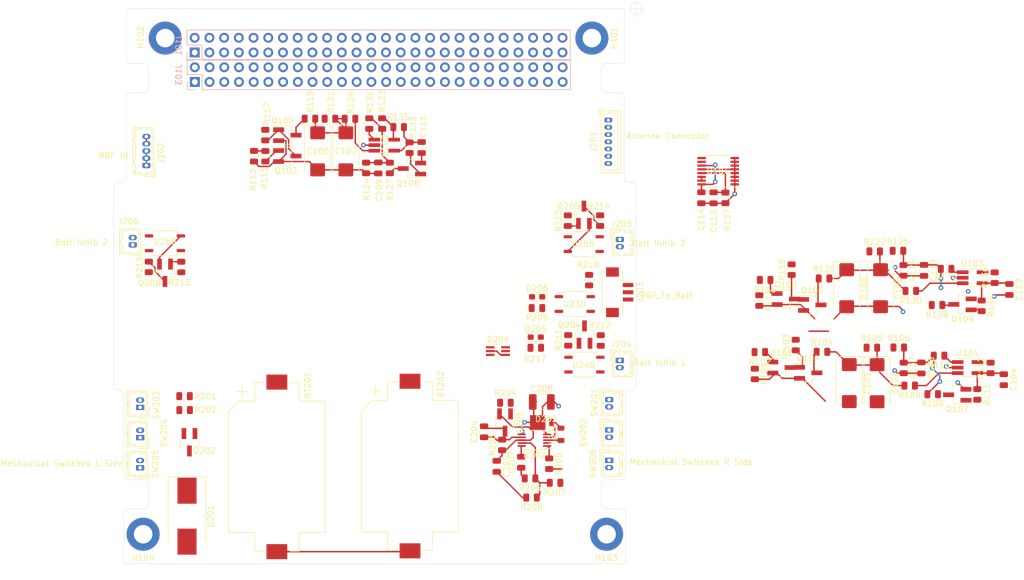
<source format=kicad_pcb>
(kicad_pcb (version 20171130) (host pcbnew "(5.1.10)-1")
  (layers (0 F.Cu signal) (31 B.Cu signal) (34 B.Paste user) (35 F.Paste user) (36 B.SilkS user) (37 F.SilkS user) (38 B.Mask user) (39 F.Mask user) (44 Edge.Cuts user))
  (net 0 "")
  (net 1 "Net-(C101-Pad1)")
  (net 2 GND)
  (net 3 "Net-(C103-Pad1)")
  (net 4 Timer_A_out)
  (net 5 "Net-(C105-Pad1)")
  (net 6 "Net-(C106-Pad1)")
  (net 7 "Net-(C109-Pad1)")
  (net 8 "Net-(C110-Pad1)")
  (net 9 Timer_B_out)
  (net 10 Timer_C_out)
  (net 11 "Net-(Q101-Pad1)")
  (net 12 "Net-(Q101-Pad3)")
  (net 13 "Net-(Q102-Pad3)")
  (net 14 "Net-(Q103-Pad1)")
  (net 15 "Net-(Q103-Pad3)")
  (net 16 "Net-(Q104-Pad3)")
  (net 17 "Net-(Q105-Pad3)")
  (net 18 "Net-(Q106-Pad3)")
  (net 19 "Net-(Q107-Pad3)")
  (net 20 "Net-(Q108-Pad1)")
  (net 21 "Net-(Q108-Pad3)")
  (net 22 "Net-(Q109-Pad1)")
  (net 23 "Net-(Q109-Pad3)")
  (net 24 "Net-(R109-Pad1)")
  (net 25 "Net-(R110-Pad1)")
  (net 26 "Net-(R129-Pad1)")
  (net 27 "Net-(R130-Pad1)")
  (net 28 "Net-(R131-Pad1)")
  (net 29 "Net-(R132-Pad1)")
  (net 30 "Net-(Q102-Pad1)")
  (net 31 "Net-(Q107-Pad1)")
  (net 32 "Net-(BT201-Pad1)")
  (net 33 "Net-(BT201-Pad2)")
  (net 34 "Net-(C204-Pad1)")
  (net 35 "Net-(C205-Pad1)")
  (net 36 "Net-(C207-Pad2)")
  (net 37 "Net-(C207-Pad1)")
  (net 38 "Net-(D203-Pad2)")
  (net 39 +3V3)
  (net 40 I2C_CLK)
  (net 41 I2C_DATA)
  (net 42 "Net-(L201-Pad1)")
  (net 43 +BATT)
  (net 44 "Net-(D201-Pad1)")
  (net 45 USB_Charge)
  (net 46 "Net-(Q202-Pad1)")
  (net 47 "Net-(Q202-Pad3)")
  (net 48 "Net-(J203-Pad2)")
  (net 49 "Net-(J203-Pad1)")
  (net 50 +5V)
  (net 51 "Net-(J204-Pad2)")
  (net 52 "Net-(J204-Pad1)")
  (net 53 "Net-(J205-Pad2)")
  (net 54 "Net-(J205-Pad1)")
  (net 55 "Net-(J206-Pad1)")
  (net 56 "Net-(J206-Pad2)")
  (net 57 "Net-(Q201-Pad1)")
  (net 58 "Net-(Q204-Pad2)")
  (net 59 "Net-(Q205-Pad2)")
  (net 60 "Net-(Q206-Pad2)")
  (net 61 "Net-(R205-Pad1)")
  (net 62 "Net-(R206-Pad1)")
  (net 63 InhibV+)
  (net 64 "Net-(Q204-Pad3)")
  (net 65 "Net-(Q204-Pad1)")
  (net 66 "Net-(Q205-Pad3)")
  (net 67 "Net-(Q205-Pad1)")
  (net 68 "Net-(Q206-Pad3)")
  (net 69 "Net-(Q206-Pad1)")
  (net 70 "Net-(SW201-Pad1)")
  (net 71 Inhib_EN)
  (net 72 "Net-(D204-Pad3)")
  (net 73 "Net-(D205-Pad1)")
  (net 74 "Net-(D206-Pad1)")
  (net 75 "Net-(R210-Pad1)")
  (module Capacitor_Tantalum_SMD:CP_EIA-7343-30_AVX-N_Pad2.25x2.55mm_HandSolder (layer F.Cu) (at 74.90206 74.6502 270)
    (fp_text reference C107 (at -0.071024 -0.01186 180) (layer F.SilkS))
    (fp_text value 330u)
    (pad 2 smd roundrect (at 3.2 0 270) (size 2.25 2.55) (layers F.Cu F.Paste F.Mask) (roundrect_rratio 0.111111) (net 2 GND))
    (pad 1 smd roundrect (at -3.2 0 270) (size 2.25 2.55) (layers F.Cu F.Paste F.Mask) (roundrect_rratio 0.111111) (net 5 "Net-(C105-Pad1)"))
  )
  (module Resistor_SMD:R_0805_2012Metric (layer F.Cu) (at 140.43 82.69 90)
    (fp_text reference R137 (at -3.845904 0.359586 90) (layer F.SilkS))
    (fp_text value 5.1M)
    (pad 1 smd roundrect (at -0.9125 0 90) (size 1.025 1.4) (layers F.Cu F.Paste F.Mask) (roundrect_rratio 0.243902) (net 2 GND))
    (pad 2 smd roundrect (at 0.9125 0 90) (size 1.025 1.4) (layers F.Cu F.Paste F.Mask) (roundrect_rratio 0.243902) (net 71 Inhib_EN))
  )
  (module Capacitor_SMD:C_0805_2012Metric (layer F.Cu) (at 136.28 82.67 270)
    (fp_text reference C114 (at 3.785904 0.010414 270) (layer F.SilkS))
    (fp_text value 100n)
    (pad 1 smd roundrect (at -0.95 0 270) (size 1 1.45) (layers F.Cu F.Paste F.Mask) (net 43 +BATT))
    (pad 2 smd roundrect (at 0.95 0 270) (size 1 1.45) (layers F.Cu F.Paste F.Mask) (net 2 GND))
  )
  (module Capacitor_SMD:C_0805_2012Metric (layer F.Cu) (at 138.39 82.68 270)
    (fp_text reference C113 (at 4.08 -0.04 270) (layer F.SilkS))
    (fp_text value 100n)
    (pad 1 smd roundrect (at -0.95 0 270) (size 1 1.45) (layers F.Cu F.Paste F.Mask) (net 71 Inhib_EN))
    (pad 2 smd roundrect (at 0.95 0 270) (size 1 1.45) (layers F.Cu F.Paste F.Mask) (net 2 GND))
  )
  (module Battery:BatteryHolder_Keystone_1060_1x2032 (layer F.Cu) (at 62.992 129.16982 270)
    (fp_text reference BT201 (at -14.125 -5.3 90) (layer F.SilkS))
    (fp_text value Battery_Cell)
    (pad 1 smd rect (at -14.65 0 90) (size 2.6 3.6) (layers F.Cu F.Paste F.Mask) (net 32 "Net-(BT201-Pad1)"))
    (pad 2 smd rect (at 14.65 0 90) (size 2.6 3.6) (layers F.Cu F.Paste F.Mask) (net 33 "Net-(BT201-Pad2)"))
  )
  (module Battery:BatteryHolder_Keystone_1060_1x2032 (layer F.Cu) (at 85.982 129.02982 270)
    (fp_text reference BT202 (at -14.125 -5.3 90) (layer F.SilkS))
    (fp_text value Battery_Cell)
    (pad 1 smd rect (at -14.65 0 90) (size 2.6 3.6) (layers F.Cu F.Paste F.Mask) (net 32 "Net-(BT201-Pad1)"))
    (pad 2 smd rect (at 14.65 0 90) (size 2.6 3.6) (layers F.Cu F.Paste F.Mask) (net 33 "Net-(BT201-Pad2)"))
  )
  (module Connector_Hirose:Hirose_DF13C_CL535-0403-5-51_1x03-1MP_P1.25mm_Vertical (layer F.Cu) (at 122.18162 99.00158 270)
    (fp_text reference J203 (at 0 -3.55 90) (layer F.SilkS))
    (fp_text value Conn_01x03)
    (pad 3 smd rect (at 1.25 -1.45 270) (size 0.7 1.8) (layers F.Cu F.Paste F.Mask))
    (pad 2 smd rect (at 0 -1.45 270) (size 0.7 1.8) (layers F.Cu F.Paste F.Mask) (net 48 "Net-(J203-Pad2)"))
    (pad 1 smd rect (at -1.25 -1.45 270) (size 0.7 1.8) (layers F.Cu F.Paste F.Mask) (net 49 "Net-(J203-Pad1)"))
    (pad MP smd rect (at -3.5 1.25 270) (size 1.6 2.2) (layers F.Cu F.Paste F.Mask))
    (pad MP smd rect (at 3.5 1.25 270) (size 1.6 2.2) (layers F.Cu F.Paste F.Mask))
  )
  (module Resistor_SMD:R_0805_2012Metric (layer F.Cu) (at 107.69 108.59)
    (fp_text reference R217 (at -0.12 1.91 180) (layer F.SilkS))
    (fp_text value 1k)
    (pad 2 smd roundrect (at 0.9125 0) (size 1.025 1.4) (layers F.Cu F.Paste F.Mask) (roundrect_rratio 0.243902) (net 2 GND))
    (pad 1 smd roundrect (at -0.9125 0) (size 1.025 1.4) (layers F.Cu F.Paste F.Mask) (roundrect_rratio 0.243902) (net 73 "Net-(D205-Pad1)"))
  )
  (module Resistor_SMD:R_0805_2012Metric (layer F.Cu) (at 107.9 101.73 180)
    (fp_text reference R209 (at 0 -1.65) (layer F.SilkS))
    (fp_text value 1k)
    (pad 2 smd roundrect (at 0.9125 0 180) (size 1.025 1.4) (layers F.Cu F.Paste F.Mask) (roundrect_rratio 0.243902) (net 2 GND))
    (pad 1 smd roundrect (at -0.9125 0 180) (size 1.025 1.4) (layers F.Cu F.Paste F.Mask) (roundrect_rratio 0.243902) (net 74 "Net-(D206-Pad1)"))
  )
  (module LED_SMD:LED_0603_1608Metric_Pad1.05x0.95mm_HandSolder (layer F.Cu) (at 107.925 99.79 180)
    (fp_text reference D206 (at 0 1.48) (layer F.SilkS))
    (fp_text value LED)
    (pad 2 smd roundrect (at 0.875 0 180) (size 1.05 0.95) (layers F.Cu F.Paste F.Mask) (net 63 InhibV+))
    (pad 1 smd roundrect (at -0.875 0 180) (size 1.05 0.95) (layers F.Cu F.Paste F.Mask) (net 74 "Net-(D206-Pad1)"))
  )
  (module LED_SMD:LED_0603_1608Metric_Pad1.05x0.95mm_HandSolder (layer F.Cu) (at 107.69 106.75)
    (fp_text reference D205 (at 0 -1.43) (layer F.SilkS))
    (fp_text value LED)
    (pad 2 smd roundrect (at 0.875 0) (size 1.05 0.95) (layers F.Cu F.Paste F.Mask) (net 72 "Net-(D204-Pad3)"))
    (pad 1 smd roundrect (at -0.875 0) (size 1.05 0.95) (layers F.Cu F.Paste F.Mask) (net 73 "Net-(D205-Pad1)"))
  )
  (module Diode_SMD:D_SMC_Handsoldering (layer F.Cu) (at 47.48 137.69 270)
    (fp_text reference D201 (at 0 -4.1 90) (layer F.SilkS))
    (fp_text value 5.0SMDJ5.0A)
    (pad 2 smd rect (at 4.4 0) (size 3.3 4.5) (layers F.Cu F.Paste F.Mask) (net 2 GND))
    (pad 1 smd rect (at -4.4 0) (size 3.3 4.5) (layers F.Cu F.Paste F.Mask) (net 44 "Net-(D201-Pad1)"))
  )
  (module Capacitor_Tantalum_SMD:CP_EIA-7343-30_AVX-N_Pad2.25x2.55mm_HandSolder (layer F.Cu) (at 161.365407 98.302224 270)
    (fp_text reference C108 (at 0 -3.1 90) (layer F.SilkS))
    (fp_text value 330u)
    (pad 2 smd roundrect (at 3.2 0 270) (size 2.25 2.55) (layers F.Cu F.Paste F.Mask) (roundrect_rratio 0.111111) (net 2 GND))
    (pad 1 smd roundrect (at -3.2 0 270) (size 2.25 2.55) (layers F.Cu F.Paste F.Mask) (roundrect_rratio 0.111111) (net 6 "Net-(C106-Pad1)"))
  )
  (module Capacitor_Tantalum_SMD:CP_EIA-7343-30_AVX-N_Pad2.25x2.55mm_HandSolder (layer F.Cu) (at 167.215407 98.302224 270)
    (fp_text reference C106 (at 0 -3.1 90) (layer F.SilkS))
    (fp_text value 330u)
    (pad 2 smd roundrect (at 3.2 0 270) (size 2.25 2.55) (layers F.Cu F.Paste F.Mask) (roundrect_rratio 0.111111) (net 2 GND))
    (pad 1 smd roundrect (at -3.2 0 270) (size 2.25 2.55) (layers F.Cu F.Paste F.Mask) (roundrect_rratio 0.111111) (net 6 "Net-(C106-Pad1)"))
  )
  (module Capacitor_Tantalum_SMD:CP_EIA-7343-30_AVX-N_Pad2.25x2.55mm_HandSolder (layer F.Cu) (at 70.02526 74.6506 270)
    (fp_text reference C105 (at -0.011024 -0.07786 180) (layer F.SilkS))
    (fp_text value 330u)
    (pad 2 smd roundrect (at 3.2 0 270) (size 2.25 2.55) (layers F.Cu F.Paste F.Mask) (roundrect_rratio 0.111111) (net 2 GND))
    (pad 1 smd roundrect (at -3.2 0 270) (size 2.25 2.55) (layers F.Cu F.Paste F.Mask) (roundrect_rratio 0.111111) (net 5 "Net-(C105-Pad1)"))
  )
  (module Capacitor_Tantalum_SMD:CP_EIA-7343-30_AVX-N_Pad2.25x2.55mm_HandSolder (layer F.Cu) (at 166.61694 114.715824 270)
    (fp_text reference C102 (at 0 -3.1 90) (layer F.SilkS))
    (fp_text value 330u)
    (pad 2 smd roundrect (at 3.2 0 270) (size 2.25 2.55) (layers F.Cu F.Paste F.Mask) (roundrect_rratio 0.111111) (net 2 GND))
    (pad 1 smd roundrect (at -3.2 0 270) (size 2.25 2.55) (layers F.Cu F.Paste F.Mask) (roundrect_rratio 0.111111) (net 1 "Net-(C101-Pad1)"))
  )
  (module Capacitor_Tantalum_SMD:CP_EIA-7343-30_AVX-N_Pad2.25x2.55mm_HandSolder (layer F.Cu) (at 161.81694 114.695824 270)
    (fp_text reference C101 (at 0 -3.1 90) (layer F.SilkS))
    (fp_text value 330u)
    (pad 2 smd roundrect (at 3.2 0 270) (size 2.25 2.55) (layers F.Cu F.Paste F.Mask) (roundrect_rratio 0.111111) (net 2 GND))
    (pad 1 smd roundrect (at -3.2 0 270) (size 2.25 2.55) (layers F.Cu F.Paste F.Mask) (roundrect_rratio 0.111111) (net 1 "Net-(C101-Pad1)"))
  )
  (module Package_SO:SOP-4_3.8x4.1mm_P2.54mm (layer F.Cu) (at 43.6753 90.53068 180)
    (fp_text reference U260 (at 0 0.27686) (layer F.SilkS))
    (fp_text value CPC1117N)
    (pad 4 smd roundrect (at 2.75 -1.27 180) (size 1.45 0.55) (layers F.Cu F.Paste F.Mask) (net 55 "Net-(J206-Pad1)"))
    (pad 3 smd roundrect (at 2.75 1.27 180) (size 1.45 0.55) (layers F.Cu F.Paste F.Mask) (net 56 "Net-(J206-Pad2)"))
    (pad 2 smd roundrect (at -2.75 1.27 180) (size 1.45 0.55) (layers F.Cu F.Paste F.Mask) (net 68 "Net-(Q206-Pad3)"))
    (pad 1 smd roundrect (at -2.75 -1.27 180) (size 1.45 0.55) (layers F.Cu F.Paste F.Mask) (net 63 InhibV+))
  )
  (module Package_SO:SOP-4_3.8x4.1mm_P2.54mm (layer F.Cu) (at 115.97132 90.68308)
    (fp_text reference U250 (at -0.1143 -0.05588) (layer F.SilkS))
    (fp_text value CPC1117N)
    (pad 4 smd roundrect (at 2.75 -1.27) (size 1.45 0.55) (layers F.Cu F.Paste F.Mask) (net 54 "Net-(J205-Pad1)"))
    (pad 3 smd roundrect (at 2.75 1.27) (size 1.45 0.55) (layers F.Cu F.Paste F.Mask) (net 53 "Net-(J205-Pad2)"))
    (pad 2 smd roundrect (at -2.75 1.27) (size 1.45 0.55) (layers F.Cu F.Paste F.Mask) (net 66 "Net-(Q205-Pad3)"))
    (pad 1 smd roundrect (at -2.75 -1.27) (size 1.45 0.55) (layers F.Cu F.Paste F.Mask) (net 63 InhibV+))
  )
  (module Package_SO:SOP-4_3.8x4.1mm_P2.54mm (layer F.Cu) (at 116.08562 111.49838)
    (fp_text reference U240 (at -0.10668 0.09144) (layer F.SilkS))
    (fp_text value CPC1117N)
    (pad 4 smd roundrect (at 2.75 -1.27) (size 1.45 0.55) (layers F.Cu F.Paste F.Mask) (net 52 "Net-(J204-Pad1)"))
    (pad 3 smd roundrect (at 2.75 1.27) (size 1.45 0.55) (layers F.Cu F.Paste F.Mask) (net 51 "Net-(J204-Pad2)"))
    (pad 2 smd roundrect (at -2.75 1.27) (size 1.45 0.55) (layers F.Cu F.Paste F.Mask) (net 64 "Net-(Q204-Pad3)"))
    (pad 1 smd roundrect (at -2.75 -1.27) (size 1.45 0.55) (layers F.Cu F.Paste F.Mask) (net 63 InhibV+))
  )
  (module Resistor_SMD:R_0805_2012Metric (layer F.Cu) (at 40.88638 94.62262 270)
    (fp_text reference R216 (at 0.05588 1.59258 270) (layer F.SilkS))
    (fp_text value 1k)
    (pad 2 smd roundrect (at 0.9125 0 270) (size 1.025 1.4) (layers F.Cu F.Paste F.Mask) (roundrect_rratio 0.243902) (net 2 GND))
    (pad 1 smd roundrect (at -0.9125 0 270) (size 1.025 1.4) (layers F.Cu F.Paste F.Mask) (roundrect_rratio 0.243902) (net 60 "Net-(Q206-Pad2)"))
  )
  (module Resistor_SMD:R_0805_2012Metric (layer F.Cu) (at 46.48962 94.63532 90)
    (fp_text reference R215 (at -2.64414 -0.32004 180) (layer F.SilkS))
    (fp_text value 100)
    (pad 2 smd roundrect (at 0.9125 0 90) (size 1.025 1.4) (layers F.Cu F.Paste F.Mask) (roundrect_rratio 0.243902) (net 69 "Net-(Q206-Pad1)"))
    (pad 1 smd roundrect (at -0.9125 0 90) (size 1.025 1.4) (layers F.Cu F.Paste F.Mask) (roundrect_rratio 0.243902) (net 72 "Net-(D204-Pad3)"))
  )
  (module Resistor_SMD:R_0805_2012Metric (layer F.Cu) (at 118.80088 86.62416 90)
    (fp_text reference R214 (at 2.50698 -0.2286 180) (layer F.SilkS))
    (fp_text value 1k)
    (pad 2 smd roundrect (at 0.9125 0 90) (size 1.025 1.4) (layers F.Cu F.Paste F.Mask) (roundrect_rratio 0.243902) (net 2 GND))
    (pad 1 smd roundrect (at -0.9125 0 90) (size 1.025 1.4) (layers F.Cu F.Paste F.Mask) (roundrect_rratio 0.243902) (net 59 "Net-(Q205-Pad2)"))
  )
  (module Resistor_SMD:R_0805_2012Metric (layer F.Cu) (at 113.2205 86.63432 270)
    (fp_text reference R213 (at 0.0127 1.62814 90) (layer F.SilkS))
    (fp_text value 100)
    (pad 2 smd roundrect (at 0.9125 0 270) (size 1.025 1.4) (layers F.Cu F.Paste F.Mask) (roundrect_rratio 0.243902) (net 67 "Net-(Q205-Pad1)"))
    (pad 1 smd roundrect (at -0.9125 0 270) (size 1.025 1.4) (layers F.Cu F.Paste F.Mask) (roundrect_rratio 0.243902) (net 72 "Net-(D204-Pad3)"))
  )
  (module Resistor_SMD:R_0805_2012Metric (layer F.Cu) (at 118.90756 107.33024 90)
    (fp_text reference R212 (at 2.59842 -0.1524) (layer F.SilkS))
    (fp_text value 1k)
    (pad 2 smd roundrect (at 0.9125 0 90) (size 1.025 1.4) (layers F.Cu F.Paste F.Mask) (roundrect_rratio 0.243902) (net 2 GND))
    (pad 1 smd roundrect (at -0.9125 0 90) (size 1.025 1.4) (layers F.Cu F.Paste F.Mask) (roundrect_rratio 0.243902) (net 58 "Net-(Q204-Pad2)"))
  )
  (module Resistor_SMD:R_0805_2012Metric (layer F.Cu) (at 113.29162 107.30992 270)
    (fp_text reference R211 (at -0.08446 1.6764 90) (layer F.SilkS))
    (fp_text value 100)
    (pad 2 smd roundrect (at 0.9125 0 270) (size 1.025 1.4) (layers F.Cu F.Paste F.Mask) (roundrect_rratio 0.243902) (net 65 "Net-(Q204-Pad1)"))
    (pad 1 smd roundrect (at -0.9125 0 270) (size 1.025 1.4) (layers F.Cu F.Paste F.Mask) (roundrect_rratio 0.243902) (net 72 "Net-(D204-Pad3)"))
  )
  (module Package_TO_SOT_SMD:SOT-23_Handsoldering (layer F.Cu) (at 43.67784 95.631 270)
    (fp_text reference Q206 (at 1.78308 2.68986 180) (layer F.SilkS))
    (fp_text value IRLML2060)
    (pad 3 smd rect (at 1.5 0 270) (size 1.9 0.8) (layers F.Cu F.Paste F.Mask) (net 68 "Net-(Q206-Pad3)"))
    (pad 2 smd rect (at -1.5 0.95 270) (size 1.9 0.8) (layers F.Cu F.Paste F.Mask) (net 60 "Net-(Q206-Pad2)"))
    (pad 1 smd rect (at -1.5 -0.95 270) (size 1.9 0.8) (layers F.Cu F.Paste F.Mask) (net 69 "Net-(Q206-Pad1)"))
  )
  (module Package_TO_SOT_SMD:SOT-23_Handsoldering (layer F.Cu) (at 116.00434 85.61324 90)
    (fp_text reference Q205 (at 1.50368 -2.64414 180) (layer F.SilkS))
    (fp_text value IRLML2060)
    (pad 3 smd rect (at 1.5 0 90) (size 1.9 0.8) (layers F.Cu F.Paste F.Mask) (net 66 "Net-(Q205-Pad3)"))
    (pad 2 smd rect (at -1.5 0.95 90) (size 1.9 0.8) (layers F.Cu F.Paste F.Mask) (net 59 "Net-(Q205-Pad2)"))
    (pad 1 smd rect (at -1.5 -0.95 90) (size 1.9 0.8) (layers F.Cu F.Paste F.Mask) (net 67 "Net-(Q205-Pad1)"))
  )
  (module Package_TO_SOT_SMD:SOT-23_Handsoldering (layer F.Cu) (at 116.1034 106.3117 90)
    (fp_text reference Q204 (at 1.6256 -2.58064 180) (layer F.SilkS))
    (fp_text value IRLML2060)
    (pad 3 smd rect (at 1.5 0 90) (size 1.9 0.8) (layers F.Cu F.Paste F.Mask) (net 64 "Net-(Q204-Pad3)"))
    (pad 2 smd rect (at -1.5 0.95 90) (size 1.9 0.8) (layers F.Cu F.Paste F.Mask) (net 58 "Net-(Q204-Pad2)"))
    (pad 1 smd rect (at -1.5 -0.95 90) (size 1.9 0.8) (layers F.Cu F.Paste F.Mask) (net 65 "Net-(Q204-Pad1)"))
  )
  (module Package_SO:SOP-4_3.8x4.1mm_P2.54mm (layer F.Cu) (at 114.42446 101.03104)
    (fp_text reference U230 (at -0.03556 0.07366) (layer F.SilkS))
    (fp_text value CPC1117N)
    (pad 4 smd roundrect (at 2.75 -1.27) (size 1.45 0.55) (layers F.Cu F.Paste F.Mask) (net 49 "Net-(J203-Pad1)"))
    (pad 3 smd roundrect (at 2.75 1.27) (size 1.45 0.55) (layers F.Cu F.Paste F.Mask) (net 48 "Net-(J203-Pad2)"))
    (pad 2 smd roundrect (at -2.75 1.27) (size 1.45 0.55) (layers F.Cu F.Paste F.Mask) (net 75 "Net-(R210-Pad1)"))
    (pad 1 smd roundrect (at -2.75 -1.27) (size 1.45 0.55) (layers F.Cu F.Paste F.Mask) (net 63 InhibV+))
  )
  (module Resistor_SMD:R_0805_2012Metric (layer F.Cu) (at 116.89842 96.90544 90)
    (fp_text reference R210 (at 2.6289 -0.19304 180) (layer F.SilkS))
    (fp_text value 1k)
    (pad 2 smd roundrect (at 0.9125 0 90) (size 1.025 1.4) (layers F.Cu F.Paste F.Mask) (roundrect_rratio 0.243902) (net 2 GND))
    (pad 1 smd roundrect (at -0.9125 0 90) (size 1.025 1.4) (layers F.Cu F.Paste F.Mask) (roundrect_rratio 0.243902) (net 75 "Net-(R210-Pad1)"))
  )
  (module Package_TO_SOT_SMD:TSOT-23-5_HandSoldering (layer F.Cu) (at 183.10694 96.487224)
    (fp_text reference U103 (at 0 -2.45) (layer F.SilkS))
    (fp_text value LM397MF)
    (pad 5 smd rect (at 1.71 -0.95) (size 2 0.65) (layers F.Cu F.Paste F.Mask) (net 43 +BATT))
    (pad 4 smd rect (at 1.71 0.95) (size 2 0.65) (layers F.Cu F.Paste F.Mask) (net 10 Timer_C_out))
    (pad 3 smd rect (at -1.71 0.95) (size 2 0.65) (layers F.Cu F.Paste F.Mask) (net 27 "Net-(R130-Pad1)"))
    (pad 2 smd rect (at -1.71 0) (size 2 0.65) (layers F.Cu F.Paste F.Mask) (net 2 GND))
    (pad 1 smd rect (at -1.71 -0.95) (size 2 0.65) (layers F.Cu F.Paste F.Mask) (net 29 "Net-(R132-Pad1)"))
  )
  (module Package_TO_SOT_SMD:TSOT-23-5_HandSoldering (layer F.Cu) (at 81.534 73.5838)
    (fp_text reference U102 (at 0.1016 0.1016 90) (layer F.SilkS))
    (fp_text value LM397MF)
    (pad 5 smd rect (at 1.71 -0.95) (size 2 0.65) (layers F.Cu F.Paste F.Mask) (net 43 +BATT))
    (pad 4 smd rect (at 1.71 0.95) (size 2 0.65) (layers F.Cu F.Paste F.Mask) (net 9 Timer_B_out))
    (pad 3 smd rect (at -1.71 0.95) (size 2 0.65) (layers F.Cu F.Paste F.Mask) (net 26 "Net-(R129-Pad1)"))
    (pad 2 smd rect (at -1.71 0) (size 2 0.65) (layers F.Cu F.Paste F.Mask) (net 2 GND))
    (pad 1 smd rect (at -1.71 -0.95) (size 2 0.65) (layers F.Cu F.Paste F.Mask) (net 28 "Net-(R131-Pad1)"))
  )
  (module Package_TO_SOT_SMD:TSOT-23-5_HandSoldering (layer F.Cu) (at 182.23694 112.015824)
    (fp_text reference U101 (at 0 -2.45) (layer F.SilkS))
    (fp_text value LM397MF)
    (pad 5 smd rect (at 1.71 -0.95) (size 2 0.65) (layers F.Cu F.Paste F.Mask) (net 43 +BATT))
    (pad 4 smd rect (at 1.71 0.95) (size 2 0.65) (layers F.Cu F.Paste F.Mask) (net 4 Timer_A_out))
    (pad 3 smd rect (at -1.71 0.95) (size 2 0.65) (layers F.Cu F.Paste F.Mask) (net 24 "Net-(R109-Pad1)"))
    (pad 2 smd rect (at -1.71 0) (size 2 0.65) (layers F.Cu F.Paste F.Mask) (net 2 GND))
    (pad 1 smd rect (at -1.71 -0.95) (size 2 0.65) (layers F.Cu F.Paste F.Mask) (net 25 "Net-(R110-Pad1)"))
  )
  (module Package_TO_SOT_SMD:SOT-23_Handsoldering (layer F.Cu) (at 47.89716 124.91622 270)
    (fp_text reference Q202 (at 1.46558 -2.60858 180) (layer F.SilkS))
    (fp_text value IRLML2060)
    (pad 3 smd rect (at 1.5 0 270) (size 1.9 0.8) (layers F.Cu F.Paste F.Mask) (net 47 "Net-(Q202-Pad3)"))
    (pad 2 smd rect (at -1.5 0.95 270) (size 1.9 0.8) (layers F.Cu F.Paste F.Mask) (net 33 "Net-(BT201-Pad2)"))
    (pad 1 smd rect (at -1.5 -0.95 270) (size 1.9 0.8) (layers F.Cu F.Paste F.Mask) (net 46 "Net-(Q202-Pad1)"))
  )
  (module Package_TO_SOT_SMD:SOT-23_Handsoldering (layer F.Cu) (at 102.384446 121.510624 270)
    (fp_text reference Q201 (at 0 -2.5 90) (layer F.SilkS))
    (fp_text value IRLML2060)
    (pad 3 smd rect (at 1.5 0 270) (size 1.9 0.8) (layers F.Cu F.Paste F.Mask) (net 35 "Net-(C205-Pad1)"))
    (pad 2 smd rect (at -1.5 0.95 270) (size 1.9 0.8) (layers F.Cu F.Paste F.Mask) (net 2 GND))
    (pad 1 smd rect (at -1.5 -0.95 270) (size 1.9 0.8) (layers F.Cu F.Paste F.Mask) (net 57 "Net-(Q201-Pad1)"))
  )
  (module Package_TO_SOT_SMD:SOT-23_Handsoldering (layer F.Cu) (at 181.36494 101.091224 180)
    (fp_text reference Q109 (at 0 -2.5) (layer F.SilkS))
    (fp_text value IRLML2060)
    (pad 3 smd rect (at 1.5 0 180) (size 1.9 0.8) (layers F.Cu F.Paste F.Mask) (net 23 "Net-(Q109-Pad3)"))
    (pad 2 smd rect (at -1.5 0.95 180) (size 1.9 0.8) (layers F.Cu F.Paste F.Mask) (net 2 GND))
    (pad 1 smd rect (at -1.5 -0.95 180) (size 1.9 0.8) (layers F.Cu F.Paste F.Mask) (net 22 "Net-(Q109-Pad1)"))
  )
  (module Package_TO_SOT_SMD:SOT-23_Handsoldering (layer F.Cu) (at 86.3092 77.6224 180)
    (fp_text reference Q108 (at 0.6604 -2.5908) (layer F.SilkS))
    (fp_text value IRLML2060)
    (pad 3 smd rect (at 1.5 0 180) (size 1.9 0.8) (layers F.Cu F.Paste F.Mask) (net 21 "Net-(Q108-Pad3)"))
    (pad 2 smd rect (at -1.5 0.95 180) (size 1.9 0.8) (layers F.Cu F.Paste F.Mask) (net 2 GND))
    (pad 1 smd rect (at -1.5 -0.95 180) (size 1.9 0.8) (layers F.Cu F.Paste F.Mask) (net 20 "Net-(Q108-Pad1)"))
  )
  (module Package_TO_SOT_SMD:SOT-23_Handsoldering (layer F.Cu) (at 180.45694 116.713824 180)
    (fp_text reference Q107 (at 0 -2.5) (layer F.SilkS))
    (fp_text value IRLML2060)
    (pad 3 smd rect (at 1.5 0 180) (size 1.9 0.8) (layers F.Cu F.Paste F.Mask) (net 19 "Net-(Q107-Pad3)"))
    (pad 2 smd rect (at -1.5 0.95 180) (size 1.9 0.8) (layers F.Cu F.Paste F.Mask) (net 2 GND))
    (pad 1 smd rect (at -1.5 -0.95 180) (size 1.9 0.8) (layers F.Cu F.Paste F.Mask) (net 31 "Net-(Q107-Pad1)"))
  )
  (module Package_TO_SOT_SMD:SOT-23_Handsoldering (layer F.Cu) (at 155.42094 101.191224)
    (fp_text reference Q106 (at 0 -2.5) (layer F.SilkS))
    (fp_text value IRLML2060)
    (pad 3 smd rect (at 1.5 0) (size 1.9 0.8) (layers F.Cu F.Paste F.Mask) (net 18 "Net-(Q106-Pad3)"))
    (pad 2 smd rect (at -1.5 0.95) (size 1.9 0.8) (layers F.Cu F.Paste F.Mask) (net 2 GND))
    (pad 1 smd rect (at -1.5 -0.95) (size 1.9 0.8) (layers F.Cu F.Paste F.Mask) (net 15 "Net-(Q103-Pad3)"))
  )
  (module Package_TO_SOT_SMD:SOT-23_Handsoldering (layer F.Cu) (at 64.79966 71.8546)
    (fp_text reference Q105 (at -0.83 -2.51) (layer F.SilkS))
    (fp_text value IRLML2060)
    (pad 3 smd rect (at 1.5 0) (size 1.9 0.8) (layers F.Cu F.Paste F.Mask) (net 17 "Net-(Q105-Pad3)"))
    (pad 2 smd rect (at -1.5 0.95) (size 1.9 0.8) (layers F.Cu F.Paste F.Mask) (net 2 GND))
    (pad 1 smd rect (at -1.5 -0.95) (size 1.9 0.8) (layers F.Cu F.Paste F.Mask) (net 13 "Net-(Q102-Pad3)"))
  )
  (module Package_TO_SOT_SMD:SOT-23_Handsoldering (layer F.Cu) (at 154.71894 112.917824)
    (fp_text reference Q104 (at 0 -2.5) (layer F.SilkS))
    (fp_text value IRLML2060)
    (pad 3 smd rect (at 1.5 0) (size 1.9 0.8) (layers F.Cu F.Paste F.Mask) (net 16 "Net-(Q104-Pad3)"))
    (pad 2 smd rect (at -1.5 0.95) (size 1.9 0.8) (layers F.Cu F.Paste F.Mask) (net 2 GND))
    (pad 1 smd rect (at -1.5 -0.95) (size 1.9 0.8) (layers F.Cu F.Paste F.Mask) (net 12 "Net-(Q101-Pad3)"))
  )
  (module Package_TO_SOT_SMD:SOT-23_Handsoldering (layer F.Cu) (at 150.84894 100.175224)
    (fp_text reference Q103 (at 0 -2.5) (layer F.SilkS))
    (fp_text value IRLML2060)
    (pad 3 smd rect (at 1.5 0) (size 1.9 0.8) (layers F.Cu F.Paste F.Mask) (net 15 "Net-(Q103-Pad3)"))
    (pad 2 smd rect (at -1.5 0.95) (size 1.9 0.8) (layers F.Cu F.Paste F.Mask) (net 2 GND))
    (pad 1 smd rect (at -1.5 -0.95) (size 1.9 0.8) (layers F.Cu F.Paste F.Mask) (net 14 "Net-(Q103-Pad1)"))
  )
  (module Package_TO_SOT_SMD:SOT-23_Handsoldering (layer F.Cu) (at 64.79286 75.4634)
    (fp_text reference Q102 (at -0.24 2.51) (layer F.SilkS))
    (fp_text value IRLML2060)
    (pad 3 smd rect (at 1.5 0) (size 1.9 0.8) (layers F.Cu F.Paste F.Mask) (net 13 "Net-(Q102-Pad3)"))
    (pad 2 smd rect (at -1.5 0.95) (size 1.9 0.8) (layers F.Cu F.Paste F.Mask) (net 2 GND))
    (pad 1 smd rect (at -1.5 -0.95) (size 1.9 0.8) (layers F.Cu F.Paste F.Mask) (net 30 "Net-(Q102-Pad1)"))
  )
  (module Package_TO_SOT_SMD:SOT-23_Handsoldering (layer F.Cu) (at 150.09894 112.007824)
    (fp_text reference Q101 (at 0 -2.5) (layer F.SilkS))
    (fp_text value IRLML2060)
    (pad 3 smd rect (at 1.5 0) (size 1.9 0.8) (layers F.Cu F.Paste F.Mask) (net 12 "Net-(Q101-Pad3)"))
    (pad 2 smd rect (at -1.5 0.95) (size 1.9 0.8) (layers F.Cu F.Paste F.Mask) (net 2 GND))
    (pad 1 smd rect (at -1.5 -0.95) (size 1.9 0.8) (layers F.Cu F.Paste F.Mask) (net 11 "Net-(Q101-Pad1)"))
  )
  (module Package_TO_SOT_SMD:SOT-363_SC-70-6_Handsoldering (layer F.Cu) (at 101.15296 109.1692)
    (fp_text reference D204 (at 0 -2) (layer F.SilkS))
    (fp_text value BAT54CDW)
    (pad 6 smd rect (at 1.33 -0.65) (size 1.5 0.4) (layers F.Cu F.Paste F.Mask) (net 63 InhibV+))
    (pad 5 smd rect (at 1.33 0) (size 1.5 0.4) (layers F.Cu F.Paste F.Mask) (net 71 Inhib_EN))
    (pad 4 smd rect (at 1.33 0.65) (size 1.5 0.4) (layers F.Cu F.Paste F.Mask) (net 50 +5V))
    (pad 3 smd rect (at -1.33 0.65) (size 1.5 0.4) (layers F.Cu F.Paste F.Mask) (net 72 "Net-(D204-Pad3)"))
    (pad 2 smd rect (at -1.33 0) (size 1.5 0.4) (layers F.Cu F.Paste F.Mask) (net 50 +5V))
    (pad 1 smd rect (at -1.33 -0.65) (size 1.5 0.4) (layers F.Cu F.Paste F.Mask) (net 43 +BATT))
  )
  (module Diode_SMD:D_Powermite_AK (layer F.Cu) (at 108.734446 121.510624)
    (fp_text reference D203 (at 0.772574 -0.614244) (layer F.SilkS))
    (fp_text value MBRM120LT3G)
    (pad 1 smd rect (at -0.6985 0) (size 2.67 2.54) (layers F.Cu F.Paste F.Mask) (net 43 +BATT))
    (pad 2 smd rect (at 1.6525 0) (size 0.762 1.27) (layers F.Cu F.Paste F.Mask) (net 38 "Net-(D203-Pad2)"))
  )
  (module Capacitor_SMD:C_1210_3225Metric_Pad1.33x2.70mm_HandSolder (layer F.Cu) (at 108.734446 117.954624)
    (fp_text reference C208 (at 0 -2.3) (layer F.SilkS))
    (fp_text value 22uF)
    (pad 2 smd roundrect (at 1.5625 0) (size 1.325 2.7) (layers F.Cu F.Paste F.Mask) (roundrect_rratio 0.188679) (net 2 GND))
    (pad 1 smd roundrect (at -1.5625 0) (size 1.325 2.7) (layers F.Cu F.Paste F.Mask) (roundrect_rratio 0.188679) (net 43 +BATT))
  )
  (module Resistor_SMD:R_0805_2012Metric (layer F.Cu) (at 102.44836 118.09222)
    (fp_text reference R204 (at 0 -1.65) (layer F.SilkS))
    (fp_text value 100)
    (pad 1 smd roundrect (at -0.9125 0) (size 1.025 1.4) (layers F.Cu F.Paste F.Mask) (roundrect_rratio 0.243902) (net 50 +5V))
    (pad 2 smd roundrect (at 0.9125 0) (size 1.025 1.4) (layers F.Cu F.Paste F.Mask) (roundrect_rratio 0.243902) (net 57 "Net-(Q201-Pad1)"))
  )
  (module Inductor_SMD:L_0805_2012Metric (layer F.Cu) (at 112.036446 123.542624 90)
    (fp_text reference L201 (at 0 -1.55 270) (layer F.SilkS))
    (fp_text value 10uH)
    (pad 1 smd roundrect (at -1.0625 0 90) (size 0.875 1.2) (layers F.Cu F.Paste F.Mask) (net 42 "Net-(L201-Pad1)"))
    (pad 2 smd roundrect (at 1.0625 0 90) (size 0.875 1.2) (layers F.Cu F.Paste F.Mask) (net 38 "Net-(D203-Pad2)"))
  )
  (module Capacitor_SMD:C_0805_2012Metric (layer F.Cu) (at 98.76536 123.11122 90)
    (fp_text reference C204 (at 0 -1.68 270) (layer F.SilkS))
    (fp_text value 10uF)
    (pad 1 smd roundrect (at -0.95 0 90) (size 1 1.45) (layers F.Cu F.Paste F.Mask) (net 34 "Net-(C204-Pad1)"))
    (pad 2 smd roundrect (at 0.95 0 90) (size 1 1.45) (layers F.Cu F.Paste F.Mask) (net 2 GND))
  )
  (module Capacitor_SMD:C_0805_2012Metric (layer F.Cu) (at 100.950446 129.078624 270)
    (fp_text reference C205 (at 0 -1.68 270) (layer F.SilkS))
    (fp_text value 0.1uF)
    (pad 1 smd roundrect (at -0.95 0 270) (size 1 1.45) (layers F.Cu F.Paste F.Mask) (net 35 "Net-(C205-Pad1)"))
    (pad 2 smd roundrect (at 0.95 0 270) (size 1 1.45) (layers F.Cu F.Paste F.Mask) (net 2 GND))
  )
  (module Resistor_SMD:R_0805_2012Metric (layer F.Cu) (at 146.27694 100.429224 270)
    (fp_text reference R114 (at 0 -1.65 90) (layer F.SilkS))
    (fp_text value 1M)
    (pad 2 smd roundrect (at 0.9125 0 270) (size 1.025 1.4) (layers F.Cu F.Paste F.Mask) (roundrect_rratio 0.243902) (net 2 GND))
    (pad 1 smd roundrect (at -0.9125 0 270) (size 1.025 1.4) (layers F.Cu F.Paste F.Mask) (roundrect_rratio 0.243902) (net 43 +BATT))
  )
  (module Capacitor_SMD:C_0805_2012Metric (layer F.Cu) (at 87.9856 73.9902 270)
    (fp_text reference C111 (at -3.6576 -0.254 90) (layer F.SilkS))
    (fp_text value 100n)
    (pad 2 smd roundrect (at 0.95 0 270) (size 1 1.45) (layers F.Cu F.Paste F.Mask) (net 2 GND))
    (pad 1 smd roundrect (at -0.95 0 270) (size 1 1.45) (layers F.Cu F.Paste F.Mask) (net 9 Timer_B_out))
  )
  (module Capacitor_SMD:C_0805_2012Metric (layer F.Cu) (at 80.49726 77.5214 270)
    (fp_text reference C109 (at 3.88 -0.15 90) (layer F.SilkS))
    (fp_text value 100n)
    (pad 2 smd roundrect (at 0.95 0 270) (size 1 1.45) (layers F.Cu F.Paste F.Mask) (net 2 GND))
    (pad 1 smd roundrect (at -0.95 0 270) (size 1 1.45) (layers F.Cu F.Paste F.Mask) (net 7 "Net-(C109-Pad1)"))
  )
  (module Capacitor_SMD:C_0805_2012Metric (layer F.Cu) (at 189.45694 98.519224 270)
    (fp_text reference C112 (at 0 -1.68 90) (layer F.SilkS))
    (fp_text value 100n)
    (pad 2 smd roundrect (at 0.95 0 270) (size 1 1.45) (layers F.Cu F.Paste F.Mask) (net 2 GND))
    (pad 1 smd roundrect (at -0.95 0 270) (size 1 1.45) (layers F.Cu F.Paste F.Mask) (net 10 Timer_C_out))
  )
  (module Capacitor_SMD:C_0805_2012Metric (layer F.Cu) (at 174.72494 95.217224 270)
    (fp_text reference C110 (at 0 -1.68 90) (layer F.SilkS))
    (fp_text value 100n)
    (pad 2 smd roundrect (at 0.95 0 270) (size 1 1.45) (layers F.Cu F.Paste F.Mask) (net 2 GND))
    (pad 1 smd roundrect (at -0.95 0 270) (size 1 1.45) (layers F.Cu F.Paste F.Mask) (net 8 "Net-(C110-Pad1)"))
  )
  (module Capacitor_SMD:C_0805_2012Metric (layer F.Cu) (at 105.178446 128.368624 90)
    (fp_text reference C207 (at 0 -1.68 270) (layer F.SilkS))
    (fp_text value 1.5nF)
    (pad 1 smd roundrect (at -0.95 0 90) (size 1 1.45) (layers F.Cu F.Paste F.Mask) (net 37 "Net-(C207-Pad1)"))
    (pad 2 smd roundrect (at 0.95 0 90) (size 1 1.45) (layers F.Cu F.Paste F.Mask) (net 36 "Net-(C207-Pad2)"))
  )
  (module Resistor_SMD:R_0805_2012Metric (layer F.Cu) (at 59.04966 75.4921 270)
    (fp_text reference R113 (at 4.09 0.15 90) (layer F.SilkS))
    (fp_text value 1M)
    (pad 2 smd roundrect (at 0.9125 0 270) (size 1.025 1.4) (layers F.Cu F.Paste F.Mask) (roundrect_rratio 0.243902) (net 2 GND))
    (pad 1 smd roundrect (at -0.9125 0 270) (size 1.025 1.4) (layers F.Cu F.Paste F.Mask) (roundrect_rratio 0.243902) (net 43 +BATT))
  )
  (module Resistor_SMD:R_0805_2012Metric (layer F.Cu) (at 147.29294 96.873224 180)
    (fp_text reference R116 (at 0 -1.65) (layer F.SilkS))
    (fp_text value 100)
    (pad 2 smd roundrect (at 0.9125 0 180) (size 1.025 1.4) (layers F.Cu F.Paste F.Mask) (roundrect_rratio 0.243902) (net 43 +BATT))
    (pad 1 smd roundrect (at -0.9125 0 180) (size 1.025 1.4) (layers F.Cu F.Paste F.Mask) (roundrect_rratio 0.243902) (net 14 "Net-(Q103-Pad1)"))
  )
  (module Resistor_SMD:R_0805_2012Metric (layer F.Cu) (at 61.00966 75.5021 90)
    (fp_text reference R115 (at -3.7525 -0.19 90) (layer F.SilkS))
    (fp_text value 100)
    (pad 2 smd roundrect (at 0.9125 0 90) (size 1.025 1.4) (layers F.Cu F.Paste F.Mask) (roundrect_rratio 0.243902) (net 43 +BATT))
    (pad 1 smd roundrect (at -0.9125 0 90) (size 1.025 1.4) (layers F.Cu F.Paste F.Mask) (roundrect_rratio 0.243902) (net 30 "Net-(Q102-Pad1)"))
  )
  (module Resistor_SMD:R_0805_2012Metric (layer F.Cu) (at 60.98966 71.8446 90)
    (fp_text reference R117 (at 3.75 0.31 90) (layer F.SilkS))
    (fp_text value 1M)
    (pad 2 smd roundrect (at 0.9125 0 90) (size 1.025 1.4) (layers F.Cu F.Paste F.Mask) (roundrect_rratio 0.243902) (net 43 +BATT))
    (pad 1 smd roundrect (at -0.9125 0 90) (size 1.025 1.4) (layers F.Cu F.Paste F.Mask) (roundrect_rratio 0.243902) (net 13 "Net-(Q102-Pad3)"))
  )
  (module Resistor_SMD:R_0805_2012Metric (layer F.Cu) (at 68.70446 69.0118)
    (fp_text reference R119 (at 0.0325 -2.94 90) (layer F.SilkS))
    (fp_text value 1K)
    (pad 2 smd roundrect (at 0.9125 0) (size 1.025 1.4) (layers F.Cu F.Paste F.Mask) (roundrect_rratio 0.243902) (net 5 "Net-(C105-Pad1)"))
    (pad 1 smd roundrect (at -0.9125 0) (size 1.025 1.4) (layers F.Cu F.Paste F.Mask) (roundrect_rratio 0.243902) (net 17 "Net-(Q105-Pad3)"))
  )
  (module Resistor_SMD:R_0805_2012Metric (layer F.Cu) (at 157.45294 96.619224)
    (fp_text reference R120 (at 0 -1.65) (layer F.SilkS))
    (fp_text value 1K)
    (pad 2 smd roundrect (at 0.9125 0) (size 1.025 1.4) (layers F.Cu F.Paste F.Mask) (roundrect_rratio 0.243902) (net 6 "Net-(C106-Pad1)"))
    (pad 1 smd roundrect (at -0.9125 0) (size 1.025 1.4) (layers F.Cu F.Paste F.Mask) (roundrect_rratio 0.243902) (net 18 "Net-(Q106-Pad3)"))
  )
  (module Resistor_SMD:R_0805_2012Metric (layer F.Cu) (at 72.15696 69.0118)
    (fp_text reference R121 (at 0.1875 -2.85 270) (layer F.SilkS))
    (fp_text value 3.48M)
    (pad 2 smd roundrect (at 0.9125 0) (size 1.025 1.4) (layers F.Cu F.Paste F.Mask) (roundrect_rratio 0.243902) (net 5 "Net-(C105-Pad1)"))
    (pad 1 smd roundrect (at -0.9125 0) (size 1.025 1.4) (layers F.Cu F.Paste F.Mask) (roundrect_rratio 0.243902) (net 43 +BATT))
  )
  (module Resistor_SMD:R_0805_2012Metric (layer F.Cu) (at 166.1963 91.9412)
    (fp_text reference R122 (at 0 -1.65 -180) (layer F.SilkS))
    (fp_text value 3.48M)
    (pad 2 smd roundrect (at 0.9125 0) (size 1.025 1.4) (layers F.Cu F.Paste F.Mask) (roundrect_rratio 0.243902) (net 6 "Net-(C106-Pad1)"))
    (pad 1 smd roundrect (at -0.9125 0) (size 1.025 1.4) (layers F.Cu F.Paste F.Mask) (roundrect_rratio 0.243902) (net 43 +BATT))
  )
  (module Resistor_SMD:R_0805_2012Metric (layer F.Cu) (at 151.86494 95.095224 90)
    (fp_text reference R118 (at 0 -1.65 90) (layer F.SilkS))
    (fp_text value 1M)
    (pad 2 smd roundrect (at 0.9125 0 90) (size 1.025 1.4) (layers F.Cu F.Paste F.Mask) (roundrect_rratio 0.243902) (net 43 +BATT))
    (pad 1 smd roundrect (at -0.9125 0 90) (size 1.025 1.4) (layers F.Cu F.Paste F.Mask) (roundrect_rratio 0.243902) (net 15 "Net-(Q103-Pad3)"))
  )
  (module Resistor_SMD:R_0805_2012Metric (layer F.Cu) (at 81.1784 69.85 270)
    (fp_text reference R123 (at -3.852 0.03 90) (layer F.SilkS))
    (fp_text value 442K)
    (pad 2 smd roundrect (at 0.9125 0 270) (size 1.025 1.4) (layers F.Cu F.Paste F.Mask) (roundrect_rratio 0.243902) (net 7 "Net-(C109-Pad1)"))
    (pad 1 smd roundrect (at -0.9125 0 270) (size 1.025 1.4) (layers F.Cu F.Paste F.Mask) (roundrect_rratio 0.243902) (net 43 +BATT))
  )
  (module Resistor_SMD:R_0805_2012Metric (layer F.Cu) (at 78.39726 77.5214 270)
    (fp_text reference R124 (at 3.73 -0.12 90) (layer F.SilkS))
    (fp_text value 1M)
    (pad 2 smd roundrect (at 0.9125 0 270) (size 1.025 1.4) (layers F.Cu F.Paste F.Mask) (roundrect_rratio 0.243902) (net 2 GND))
    (pad 1 smd roundrect (at -0.9125 0 270) (size 1.025 1.4) (layers F.Cu F.Paste F.Mask) (roundrect_rratio 0.243902) (net 7 "Net-(C109-Pad1)"))
  )
  (module Resistor_SMD:R_0805_2012Metric (layer F.Cu) (at 170.2188 91.8412)
    (fp_text reference R125 (at 0 -1.65 -180) (layer F.SilkS))
    (fp_text value 442K)
    (pad 2 smd roundrect (at 0.9125 0) (size 1.025 1.4) (layers F.Cu F.Paste F.Mask) (roundrect_rratio 0.243902) (net 8 "Net-(C110-Pad1)"))
    (pad 1 smd roundrect (at -0.9125 0) (size 1.025 1.4) (layers F.Cu F.Paste F.Mask) (roundrect_rratio 0.243902) (net 43 +BATT))
  )
  (module Resistor_SMD:R_0805_2012Metric (layer F.Cu) (at 171.16894 95.217224 270)
    (fp_text reference R126 (at 0 -1.65 90) (layer F.SilkS))
    (fp_text value 1M)
    (pad 2 smd roundrect (at 0.9125 0 270) (size 1.025 1.4) (layers F.Cu F.Paste F.Mask) (roundrect_rratio 0.243902) (net 2 GND))
    (pad 1 smd roundrect (at -0.9125 0 270) (size 1.025 1.4) (layers F.Cu F.Paste F.Mask) (roundrect_rratio 0.243902) (net 8 "Net-(C110-Pad1)"))
  )
  (module Resistor_SMD:R_0805_2012Metric (layer F.Cu) (at 82.4992 77.5208 90)
    (fp_text reference R127 (at -3.81 0.01 90) (layer F.SilkS))
    (fp_text value 1k)
    (pad 2 smd roundrect (at 0.9125 0 90) (size 1.025 1.4) (layers F.Cu F.Paste F.Mask) (roundrect_rratio 0.243902) (net 7 "Net-(C109-Pad1)"))
    (pad 1 smd roundrect (at -0.9125 0 90) (size 1.025 1.4) (layers F.Cu F.Paste F.Mask) (roundrect_rratio 0.243902) (net 21 "Net-(Q108-Pad3)"))
  )
  (module Resistor_SMD:R_0805_2012Metric (layer F.Cu) (at 176.9688 101.2012 180)
    (fp_text reference R128 (at 0 -1.65 180) (layer F.SilkS))
    (fp_text value 1k)
    (pad 2 smd roundrect (at 0.9125 0 180) (size 1.025 1.4) (layers F.Cu F.Paste F.Mask) (roundrect_rratio 0.243902) (net 8 "Net-(C110-Pad1)"))
    (pad 1 smd roundrect (at -0.9125 0 180) (size 1.025 1.4) (layers F.Cu F.Paste F.Mask) (roundrect_rratio 0.243902) (net 23 "Net-(Q109-Pad3)"))
  )
  (module Resistor_SMD:R_0805_2012Metric (layer F.Cu) (at 75.61326 69.0238 180)
    (fp_text reference R129 (at -0.15 2.8 90) (layer F.SilkS))
    (fp_text value 1k)
    (pad 2 smd roundrect (at 0.9125 0 180) (size 1.025 1.4) (layers F.Cu F.Paste F.Mask) (roundrect_rratio 0.243902) (net 5 "Net-(C105-Pad1)"))
    (pad 1 smd roundrect (at -0.9125 0 180) (size 1.025 1.4) (layers F.Cu F.Paste F.Mask) (roundrect_rratio 0.243902) (net 26 "Net-(R129-Pad1)"))
  )
  (module Resistor_SMD:R_0805_2012Metric (layer F.Cu) (at 172.43894 98.773224 180)
    (fp_text reference R130 (at 0 -1.65) (layer F.SilkS))
    (fp_text value 1k)
    (pad 2 smd roundrect (at 0.9125 0 180) (size 1.025 1.4) (layers F.Cu F.Paste F.Mask) (roundrect_rratio 0.243902) (net 6 "Net-(C106-Pad1)"))
    (pad 1 smd roundrect (at -0.9125 0 180) (size 1.025 1.4) (layers F.Cu F.Paste F.Mask) (roundrect_rratio 0.243902) (net 27 "Net-(R130-Pad1)"))
  )
  (module Resistor_SMD:R_0805_2012Metric (layer F.Cu) (at 78.9432 69.85 90)
    (fp_text reference R131 (at 3.70332 0.088 270) (layer F.SilkS))
    (fp_text value 1k)
    (pad 2 smd roundrect (at 0.9125 0 90) (size 1.025 1.4) (layers F.Cu F.Paste F.Mask) (roundrect_rratio 0.243902) (net 7 "Net-(C109-Pad1)"))
    (pad 1 smd roundrect (at -0.9125 0 90) (size 1.025 1.4) (layers F.Cu F.Paste F.Mask) (roundrect_rratio 0.243902) (net 28 "Net-(R131-Pad1)"))
  )
  (module Resistor_SMD:R_0805_2012Metric (layer F.Cu) (at 106.956446 134.464624 180)
    (fp_text reference R208 (at 0 -1.65 180) (layer F.SilkS))
    (fp_text value 200k)
    (pad 1 smd roundrect (at -0.9125 0 180) (size 1.025 1.4) (layers F.Cu F.Paste F.Mask) (roundrect_rratio 0.243902) (net 62 "Net-(R206-Pad1)"))
    (pad 2 smd roundrect (at 0.9125 0 180) (size 1.025 1.4) (layers F.Cu F.Paste F.Mask) (roundrect_rratio 0.243902) (net 2 GND))
  )
  (module Resistor_SMD:R_0805_2012Metric (layer F.Cu) (at 101.876446 125.378624 90)
    (fp_text reference R203 (at 0 -1.65 270) (layer F.SilkS))
    (fp_text value 1M)
    (pad 1 smd roundrect (at -0.9125 0 90) (size 1.025 1.4) (layers F.Cu F.Paste F.Mask) (roundrect_rratio 0.243902) (net 35 "Net-(C205-Pad1)"))
    (pad 2 smd roundrect (at 0.9125 0 90) (size 1.025 1.4) (layers F.Cu F.Paste F.Mask) (roundrect_rratio 0.243902) (net 34 "Net-(C204-Pad1)"))
  )
  (module Resistor_SMD:R_0805_2012Metric (layer F.Cu) (at 184.66694 101.345224 270)
    (fp_text reference R134 (at 0 -1.65 90) (layer F.SilkS))
    (fp_text value 100)
    (pad 2 smd roundrect (at 0.9125 0 270) (size 1.025 1.4) (layers F.Cu F.Paste F.Mask) (roundrect_rratio 0.243902) (net 22 "Net-(Q109-Pad1)"))
    (pad 1 smd roundrect (at -0.9125 0 270) (size 1.025 1.4) (layers F.Cu F.Paste F.Mask) (roundrect_rratio 0.243902) (net 10 Timer_C_out))
  )
  (module Resistor_SMD:R_0805_2012Metric (layer F.Cu) (at 178.53494 94.963224 180)
    (fp_text reference R132 (at 0 -1.65) (layer F.SilkS))
    (fp_text value 1k)
    (pad 2 smd roundrect (at 0.9125 0 180) (size 1.025 1.4) (layers F.Cu F.Paste F.Mask) (roundrect_rratio 0.243902) (net 8 "Net-(C110-Pad1)"))
    (pad 1 smd roundrect (at -0.9125 0 180) (size 1.025 1.4) (layers F.Cu F.Paste F.Mask) (roundrect_rratio 0.243902) (net 29 "Net-(R132-Pad1)"))
  )
  (module Resistor_SMD:R_0805_2012Metric (layer F.Cu) (at 110.004446 128.622624 270)
    (fp_text reference R205 (at 0 -1.65 270) (layer F.SilkS))
    (fp_text value 60.4K)
    (pad 1 smd roundrect (at -0.9125 0 270) (size 1.025 1.4) (layers F.Cu F.Paste F.Mask) (roundrect_rratio 0.243902) (net 61 "Net-(R205-Pad1)"))
    (pad 2 smd roundrect (at 0.9125 0 270) (size 1.025 1.4) (layers F.Cu F.Paste F.Mask) (roundrect_rratio 0.243902) (net 2 GND))
  )
  (module Resistor_SMD:R_0805_2012Metric (layer F.Cu) (at 186.91694 96.487224 90)
    (fp_text reference R136 (at 0 -1.65 90) (layer F.SilkS))
    (fp_text value 1k)
    (pad 2 smd roundrect (at 0.9125 0 90) (size 1.025 1.4) (layers F.Cu F.Paste F.Mask) (roundrect_rratio 0.243902) (net 43 +BATT))
    (pad 1 smd roundrect (at -0.9125 0 90) (size 1.025 1.4) (layers F.Cu F.Paste F.Mask) (roundrect_rratio 0.243902) (net 10 Timer_C_out))
  )
  (module Resistor_SMD:R_0805_2012Metric (layer F.Cu) (at 84.0232 70.4596 180)
    (fp_text reference R135 (at 0.0508 1.6764) (layer F.SilkS))
    (fp_text value 1k)
    (pad 2 smd roundrect (at 0.9125 0 180) (size 1.025 1.4) (layers F.Cu F.Paste F.Mask) (roundrect_rratio 0.243902) (net 43 +BATT))
    (pad 1 smd roundrect (at -0.9125 0 180) (size 1.025 1.4) (layers F.Cu F.Paste F.Mask) (roundrect_rratio 0.243902) (net 9 Timer_B_out))
  )
  (module Package_SO:MSOP-10_3x3mm_P0.5mm (layer F.Cu) (at 107.464446 124.558624 180)
    (fp_text reference U202 (at 0 -2.6 180) (layer F.SilkS))
    (fp_text value LTC3440EMSPBF)
    (pad 1 smd rect (at -2.2 -1 180) (size 1.4 0.3) (layers F.Cu F.Paste F.Mask) (net 61 "Net-(R205-Pad1)"))
    (pad 2 smd rect (at -2.2 -0.5 180) (size 1.4 0.3) (layers F.Cu F.Paste F.Mask))
    (pad 3 smd rect (at -2.2 0 180) (size 1.4 0.3) (layers F.Cu F.Paste F.Mask) (net 42 "Net-(L201-Pad1)"))
    (pad 4 smd rect (at -2.2 0.5 180) (size 1.4 0.3) (layers F.Cu F.Paste F.Mask) (net 38 "Net-(D203-Pad2)"))
    (pad 5 smd rect (at -2.2 1 180) (size 1.4 0.3) (layers F.Cu F.Paste F.Mask) (net 2 GND))
    (pad 6 smd rect (at 2.2 1 180) (size 1.4 0.3) (layers F.Cu F.Paste F.Mask) (net 43 +BATT))
    (pad 7 smd rect (at 2.2 0.5 180) (size 1.4 0.3) (layers F.Cu F.Paste F.Mask) (net 34 "Net-(C204-Pad1)"))
    (pad 8 smd rect (at 2.2 0 180) (size 1.4 0.3) (layers F.Cu F.Paste F.Mask) (net 35 "Net-(C205-Pad1)"))
    (pad 9 smd rect (at 2.2 -0.5 180) (size 1.4 0.3) (layers F.Cu F.Paste F.Mask) (net 62 "Net-(R206-Pad1)"))
    (pad 10 smd rect (at 2.2 -1 180) (size 1.4 0.3) (layers F.Cu F.Paste F.Mask) (net 36 "Net-(C207-Pad2)"))
  )
  (module Resistor_SMD:R_0805_2012Metric (layer F.Cu) (at 106.702446 131.162624 180)
    (fp_text reference R206 (at 0 -1.65 180) (layer F.SilkS))
    (fp_text value 15k)
    (pad 1 smd roundrect (at -0.9125 0 180) (size 1.025 1.4) (layers F.Cu F.Paste F.Mask) (roundrect_rratio 0.243902) (net 62 "Net-(R206-Pad1)"))
    (pad 2 smd roundrect (at 0.9125 0 180) (size 1.025 1.4) (layers F.Cu F.Paste F.Mask) (roundrect_rratio 0.243902) (net 37 "Net-(C207-Pad1)"))
  )
  (module Resistor_SMD:R_0805_2012Metric (layer F.Cu) (at 85.9028 74.0156 270)
    (fp_text reference R133 (at -3.5052 -0.6096 270) (layer F.SilkS))
    (fp_text value 100)
    (pad 2 smd roundrect (at 0.9125 0 270) (size 1.025 1.4) (layers F.Cu F.Paste F.Mask) (roundrect_rratio 0.243902) (net 20 "Net-(Q108-Pad1)"))
    (pad 1 smd roundrect (at -0.9125 0 270) (size 1.025 1.4) (layers F.Cu F.Paste F.Mask) (roundrect_rratio 0.243902) (net 9 Timer_B_out))
  )
  (module Resistor_SMD:R_0805_2012Metric (layer F.Cu) (at 111.020446 131.924624 180)
    (fp_text reference R207 (at 0 -1.65 180) (layer F.SilkS))
    (fp_text value 619k)
    (pad 1 smd roundrect (at -0.9125 0 180) (size 1.025 1.4) (layers F.Cu F.Paste F.Mask) (roundrect_rratio 0.243902) (net 43 +BATT))
    (pad 2 smd roundrect (at 0.9125 0 180) (size 1.025 1.4) (layers F.Cu F.Paste F.Mask) (roundrect_rratio 0.243902) (net 62 "Net-(R206-Pad1)"))
  )
  (module MountingHole:MountingHole_3.2mm_M3_ISO7380_Pad_TopBottom (layer F.Cu) (at 39.91 140.81 270)
    (fp_text reference H104 (at 4.097 0.032) (layer F.SilkS))
    (fp_text value MountingHole)
    (pad 1 connect circle (at 0 0 270) (size 5.7 5.7) (layers B.Cu B.Mask))
    (pad 1 connect circle (at 0 0 270) (size 5.7 5.7) (layers F.Cu F.Mask))
    (pad 1 thru_hole circle (at 0 0 270) (size 3.6 3.6) (drill 3.2) (layers *.Cu *.Mask))
  )
  (module MountingHole:MountingHole_3.2mm_M3_ISO7380_Pad_TopBottom (layer F.Cu) (at 119.92 140.81 270)
    (fp_text reference H103 (at 4.097 0.032) (layer F.SilkS))
    (fp_text value MountingHole)
    (pad 1 connect circle (at 0 0 270) (size 5.7 5.7) (layers B.Cu B.Mask))
    (pad 1 connect circle (at 0 0 270) (size 5.7 5.7) (layers F.Cu F.Mask))
    (pad 1 thru_hole circle (at 0 0 270) (size 3.6 3.6) (drill 3.2) (layers *.Cu *.Mask))
  )
  (module MountingHole:MountingHole_3.2mm_M3_ISO7380_Pad_TopBottom (layer F.Cu) (at 43.72 55.08 270)
    (fp_text reference H102 (at -0.089 4.223 270) (layer F.SilkS))
    (fp_text value MountingHole)
    (pad 1 connect circle (at 0 0 270) (size 5.7 5.7) (layers B.Cu B.Mask))
    (pad 1 connect circle (at 0 0 270) (size 5.7 5.7) (layers F.Cu F.Mask))
    (pad 1 thru_hole circle (at 0 0 270) (size 3.6 3.6) (drill 3.2) (layers *.Cu *.Mask))
  )
  (module MountingHole:MountingHole_3.2mm_M3_ISO7380_Pad_TopBottom (layer F.Cu) (at 117.38 55.08 270)
    (fp_text reference H101 (at 0 -3.85 270) (layer F.SilkS))
    (fp_text value MountingHole)
    (pad 1 connect circle (at 0 0 270) (size 5.7 5.7) (layers B.Cu B.Mask))
    (pad 1 connect circle (at 0 0 270) (size 5.7 5.7) (layers F.Cu F.Mask))
    (pad 1 thru_hole circle (at 0 0 270) (size 3.6 3.6) (drill 3.2) (layers *.Cu *.Mask))
  )
  (module Connector_PinSocket_2.54mm:PinSocket_2x26_P2.54mm_Vertical (layer B.Cu) (at 48.8061 57.5691 270)
    (fp_text reference J101 (at -1.27 2.77 90) (layer B.SilkS) (effects (justify mirror)))
    (fp_text value Conn_02x26_Odd_Even)
    (pad 52 thru_hole oval (at -2.54 -63.5 270) (size 1.7 1.7) (drill 1) (layers *.Cu *.Mask))
    (pad 51 thru_hole oval (at 0 -63.5 270) (size 1.7 1.7) (drill 1) (layers *.Cu *.Mask))
    (pad 50 thru_hole oval (at -2.54 -60.96 270) (size 1.7 1.7) (drill 1) (layers *.Cu *.Mask))
    (pad 49 thru_hole oval (at 0 -60.96 270) (size 1.7 1.7) (drill 1) (layers *.Cu *.Mask))
    (pad 48 thru_hole oval (at -2.54 -58.42 270) (size 1.7 1.7) (drill 1) (layers *.Cu *.Mask))
    (pad 47 thru_hole oval (at 0 -58.42 270) (size 1.7 1.7) (drill 1) (layers *.Cu *.Mask))
    (pad 46 thru_hole oval (at -2.54 -55.88 270) (size 1.7 1.7) (drill 1) (layers *.Cu *.Mask))
    (pad 45 thru_hole oval (at 0 -55.88 270) (size 1.7 1.7) (drill 1) (layers *.Cu *.Mask))
    (pad 44 thru_hole oval (at -2.54 -53.34 270) (size 1.7 1.7) (drill 1) (layers *.Cu *.Mask))
    (pad 43 thru_hole oval (at 0 -53.34 270) (size 1.7 1.7) (drill 1) (layers *.Cu *.Mask))
    (pad 42 thru_hole oval (at -2.54 -50.8 270) (size 1.7 1.7) (drill 1) (layers *.Cu *.Mask))
    (pad 41 thru_hole oval (at 0 -50.8 270) (size 1.7 1.7) (drill 1) (layers *.Cu *.Mask))
    (pad 40 thru_hole oval (at -2.54 -48.26 270) (size 1.7 1.7) (drill 1) (layers *.Cu *.Mask))
    (pad 39 thru_hole oval (at 0 -48.26 270) (size 1.7 1.7) (drill 1) (layers *.Cu *.Mask))
    (pad 38 thru_hole oval (at -2.54 -45.72 270) (size 1.7 1.7) (drill 1) (layers *.Cu *.Mask))
    (pad 37 thru_hole oval (at 0 -45.72 270) (size 1.7 1.7) (drill 1) (layers *.Cu *.Mask))
    (pad 36 thru_hole oval (at -2.54 -43.18 270) (size 1.7 1.7) (drill 1) (layers *.Cu *.Mask))
    (pad 35 thru_hole oval (at 0 -43.18 270) (size 1.7 1.7) (drill 1) (layers *.Cu *.Mask))
    (pad 34 thru_hole oval (at -2.54 -40.64 270) (size 1.7 1.7) (drill 1) (layers *.Cu *.Mask))
    (pad 33 thru_hole oval (at 0 -40.64 270) (size 1.7 1.7) (drill 1) (layers *.Cu *.Mask))
    (pad 32 thru_hole oval (at -2.54 -38.1 270) (size 1.7 1.7) (drill 1) (layers *.Cu *.Mask))
    (pad 31 thru_hole oval (at 0 -38.1 270) (size 1.7 1.7) (drill 1) (layers *.Cu *.Mask))
    (pad 30 thru_hole oval (at -2.54 -35.56 270) (size 1.7 1.7) (drill 1) (layers *.Cu *.Mask))
    (pad 29 thru_hole oval (at 0 -35.56 270) (size 1.7 1.7) (drill 1) (layers *.Cu *.Mask))
    (pad 28 thru_hole oval (at -2.54 -33.02 270) (size 1.7 1.7) (drill 1) (layers *.Cu *.Mask) (net 39 +3V3))
    (pad 27 thru_hole oval (at 0 -33.02 270) (size 1.7 1.7) (drill 1) (layers *.Cu *.Mask))
    (pad 26 thru_hole oval (at -2.54 -30.48 270) (size 1.7 1.7) (drill 1) (layers *.Cu *.Mask) (net 50 +5V))
    (pad 25 thru_hole oval (at 0 -30.48 270) (size 1.7 1.7) (drill 1) (layers *.Cu *.Mask))
    (pad 24 thru_hole oval (at -2.54 -27.94 270) (size 1.7 1.7) (drill 1) (layers *.Cu *.Mask))
    (pad 23 thru_hole oval (at 0 -27.94 270) (size 1.7 1.7) (drill 1) (layers *.Cu *.Mask))
    (pad 22 thru_hole oval (at -2.54 -25.4 270) (size 1.7 1.7) (drill 1) (layers *.Cu *.Mask))
    (pad 21 thru_hole oval (at 0 -25.4 270) (size 1.7 1.7) (drill 1) (layers *.Cu *.Mask))
    (pad 20 thru_hole oval (at -2.54 -22.86 270) (size 1.7 1.7) (drill 1) (layers *.Cu *.Mask))
    (pad 19 thru_hole oval (at 0 -22.86 270) (size 1.7 1.7) (drill 1) (layers *.Cu *.Mask))
    (pad 18 thru_hole oval (at -2.54 -20.32 270) (size 1.7 1.7) (drill 1) (layers *.Cu *.Mask))
    (pad 17 thru_hole oval (at 0 -20.32 270) (size 1.7 1.7) (drill 1) (layers *.Cu *.Mask))
    (pad 16 thru_hole oval (at -2.54 -17.78 270) (size 1.7 1.7) (drill 1) (layers *.Cu *.Mask))
    (pad 15 thru_hole oval (at 0 -17.78 270) (size 1.7 1.7) (drill 1) (layers *.Cu *.Mask))
    (pad 14 thru_hole oval (at -2.54 -15.24 270) (size 1.7 1.7) (drill 1) (layers *.Cu *.Mask) (net 2 GND))
    (pad 13 thru_hole oval (at 0 -15.24 270) (size 1.7 1.7) (drill 1) (layers *.Cu *.Mask))
    (pad 12 thru_hole oval (at -2.54 -12.7 270) (size 1.7 1.7) (drill 1) (layers *.Cu *.Mask))
    (pad 11 thru_hole oval (at 0 -12.7 270) (size 1.7 1.7) (drill 1) (layers *.Cu *.Mask))
    (pad 10 thru_hole oval (at -2.54 -10.16 270) (size 1.7 1.7) (drill 1) (layers *.Cu *.Mask))
    (pad 9 thru_hole oval (at 0 -10.16 270) (size 1.7 1.7) (drill 1) (layers *.Cu *.Mask))
    (pad 8 thru_hole oval (at -2.54 -7.62 270) (size 1.7 1.7) (drill 1) (layers *.Cu *.Mask))
    (pad 7 thru_hole oval (at 0 -7.62 270) (size 1.7 1.7) (drill 1) (layers *.Cu *.Mask))
    (pad 6 thru_hole oval (at -2.54 -5.08 270) (size 1.7 1.7) (drill 1) (layers *.Cu *.Mask))
    (pad 5 thru_hole oval (at 0 -5.08 270) (size 1.7 1.7) (drill 1) (layers *.Cu *.Mask))
    (pad 4 thru_hole oval (at -2.54 -2.54 270) (size 1.7 1.7) (drill 1) (layers *.Cu *.Mask))
    (pad 3 thru_hole oval (at 0 -2.54 270) (size 1.7 1.7) (drill 1) (layers *.Cu *.Mask))
    (pad 2 thru_hole oval (at -2.54 0 270) (size 1.7 1.7) (drill 1) (layers *.Cu *.Mask))
    (pad 1 thru_hole rect (at 0 0 270) (size 1.7 1.7) (drill 1) (layers *.Cu *.Mask))
  )
  (module Connector_PinSocket_2.54mm:PinSocket_2x26_P2.54mm_Vertical (layer B.Cu) (at 48.8315 62.6618 270)
    (fp_text reference J103 (at -1.27 2.77 90) (layer B.SilkS) (effects (justify mirror)))
    (fp_text value Conn_02x26_Odd_Even)
    (pad 52 thru_hole oval (at -2.54 -63.5 270) (size 1.7 1.7) (drill 1) (layers *.Cu *.Mask))
    (pad 51 thru_hole oval (at 0 -63.5 270) (size 1.7 1.7) (drill 1) (layers *.Cu *.Mask))
    (pad 50 thru_hole oval (at -2.54 -60.96 270) (size 1.7 1.7) (drill 1) (layers *.Cu *.Mask))
    (pad 49 thru_hole oval (at 0 -60.96 270) (size 1.7 1.7) (drill 1) (layers *.Cu *.Mask))
    (pad 48 thru_hole oval (at -2.54 -58.42 270) (size 1.7 1.7) (drill 1) (layers *.Cu *.Mask))
    (pad 47 thru_hole oval (at 0 -58.42 270) (size 1.7 1.7) (drill 1) (layers *.Cu *.Mask))
    (pad 46 thru_hole oval (at -2.54 -55.88 270) (size 1.7 1.7) (drill 1) (layers *.Cu *.Mask))
    (pad 45 thru_hole oval (at 0 -55.88 270) (size 1.7 1.7) (drill 1) (layers *.Cu *.Mask))
    (pad 44 thru_hole oval (at -2.54 -53.34 270) (size 1.7 1.7) (drill 1) (layers *.Cu *.Mask))
    (pad 43 thru_hole oval (at 0 -53.34 270) (size 1.7 1.7) (drill 1) (layers *.Cu *.Mask) (net 40 I2C_CLK))
    (pad 42 thru_hole oval (at -2.54 -50.8 270) (size 1.7 1.7) (drill 1) (layers *.Cu *.Mask))
    (pad 41 thru_hole oval (at 0 -50.8 270) (size 1.7 1.7) (drill 1) (layers *.Cu *.Mask) (net 41 I2C_DATA))
    (pad 40 thru_hole oval (at -2.54 -48.26 270) (size 1.7 1.7) (drill 1) (layers *.Cu *.Mask))
    (pad 39 thru_hole oval (at 0 -48.26 270) (size 1.7 1.7) (drill 1) (layers *.Cu *.Mask))
    (pad 38 thru_hole oval (at -2.54 -45.72 270) (size 1.7 1.7) (drill 1) (layers *.Cu *.Mask))
    (pad 37 thru_hole oval (at 0 -45.72 270) (size 1.7 1.7) (drill 1) (layers *.Cu *.Mask))
    (pad 36 thru_hole oval (at -2.54 -43.18 270) (size 1.7 1.7) (drill 1) (layers *.Cu *.Mask))
    (pad 35 thru_hole oval (at 0 -43.18 270) (size 1.7 1.7) (drill 1) (layers *.Cu *.Mask))
    (pad 34 thru_hole oval (at -2.54 -40.64 270) (size 1.7 1.7) (drill 1) (layers *.Cu *.Mask))
    (pad 33 thru_hole oval (at 0 -40.64 270) (size 1.7 1.7) (drill 1) (layers *.Cu *.Mask))
    (pad 32 thru_hole oval (at -2.54 -38.1 270) (size 1.7 1.7) (drill 1) (layers *.Cu *.Mask) (net 45 USB_Charge))
    (pad 31 thru_hole oval (at 0 -38.1 270) (size 1.7 1.7) (drill 1) (layers *.Cu *.Mask))
    (pad 30 thru_hole oval (at -2.54 -35.56 270) (size 1.7 1.7) (drill 1) (layers *.Cu *.Mask))
    (pad 29 thru_hole oval (at 0 -35.56 270) (size 1.7 1.7) (drill 1) (layers *.Cu *.Mask))
    (pad 28 thru_hole oval (at -2.54 -33.02 270) (size 1.7 1.7) (drill 1) (layers *.Cu *.Mask))
    (pad 27 thru_hole oval (at 0 -33.02 270) (size 1.7 1.7) (drill 1) (layers *.Cu *.Mask))
    (pad 26 thru_hole oval (at -2.54 -30.48 270) (size 1.7 1.7) (drill 1) (layers *.Cu *.Mask))
    (pad 25 thru_hole oval (at 0 -30.48 270) (size 1.7 1.7) (drill 1) (layers *.Cu *.Mask))
    (pad 24 thru_hole oval (at -2.54 -27.94 270) (size 1.7 1.7) (drill 1) (layers *.Cu *.Mask))
    (pad 23 thru_hole oval (at 0 -27.94 270) (size 1.7 1.7) (drill 1) (layers *.Cu *.Mask))
    (pad 22 thru_hole oval (at -2.54 -25.4 270) (size 1.7 1.7) (drill 1) (layers *.Cu *.Mask))
    (pad 21 thru_hole oval (at 0 -25.4 270) (size 1.7 1.7) (drill 1) (layers *.Cu *.Mask))
    (pad 20 thru_hole oval (at -2.54 -22.86 270) (size 1.7 1.7) (drill 1) (layers *.Cu *.Mask))
    (pad 19 thru_hole oval (at 0 -22.86 270) (size 1.7 1.7) (drill 1) (layers *.Cu *.Mask))
    (pad 18 thru_hole oval (at -2.54 -20.32 270) (size 1.7 1.7) (drill 1) (layers *.Cu *.Mask))
    (pad 17 thru_hole oval (at 0 -20.32 270) (size 1.7 1.7) (drill 1) (layers *.Cu *.Mask))
    (pad 16 thru_hole oval (at -2.54 -17.78 270) (size 1.7 1.7) (drill 1) (layers *.Cu *.Mask))
    (pad 15 thru_hole oval (at 0 -17.78 270) (size 1.7 1.7) (drill 1) (layers *.Cu *.Mask))
    (pad 14 thru_hole oval (at -2.54 -15.24 270) (size 1.7 1.7) (drill 1) (layers *.Cu *.Mask))
    (pad 13 thru_hole oval (at 0 -15.24 270) (size 1.7 1.7) (drill 1) (layers *.Cu *.Mask))
    (pad 12 thru_hole oval (at -2.54 -12.7 270) (size 1.7 1.7) (drill 1) (layers *.Cu *.Mask))
    (pad 11 thru_hole oval (at 0 -12.7 270) (size 1.7 1.7) (drill 1) (layers *.Cu *.Mask))
    (pad 10 thru_hole oval (at -2.54 -10.16 270) (size 1.7 1.7) (drill 1) (layers *.Cu *.Mask))
    (pad 9 thru_hole oval (at 0 -10.16 270) (size 1.7 1.7) (drill 1) (layers *.Cu *.Mask))
    (pad 8 thru_hole oval (at -2.54 -7.62 270) (size 1.7 1.7) (drill 1) (layers *.Cu *.Mask))
    (pad 7 thru_hole oval (at 0 -7.62 270) (size 1.7 1.7) (drill 1) (layers *.Cu *.Mask))
    (pad 6 thru_hole oval (at -2.54 -5.08 270) (size 1.7 1.7) (drill 1) (layers *.Cu *.Mask))
    (pad 5 thru_hole oval (at 0 -5.08 270) (size 1.7 1.7) (drill 1) (layers *.Cu *.Mask))
    (pad 4 thru_hole oval (at -2.54 -2.54 270) (size 1.7 1.7) (drill 1) (layers *.Cu *.Mask))
    (pad 3 thru_hole oval (at 0 -2.54 270) (size 1.7 1.7) (drill 1) (layers *.Cu *.Mask))
    (pad 2 thru_hole oval (at -2.54 0 270) (size 1.7 1.7) (drill 1) (layers *.Cu *.Mask))
    (pad 1 thru_hole rect (at 0 0 270) (size 1.7 1.7) (drill 1) (layers *.Cu *.Mask))
  )
  (module Package_SO:TSSOP-16_4.4x5mm_P0.65mm (layer F.Cu) (at 139.180414 78.084096 180)
    (fp_text reference U104 (at 0.020414 -0.035904 180) (layer F.SilkS))
    (fp_text value CD4052B)
    (pad 1 smd roundrect (at -2.8625 -2.275 180) (size 1.475 0.4) (layers F.Cu F.Paste F.Mask) (net 2 GND))
    (pad 2 smd roundrect (at -2.8625 -1.625 180) (size 1.475 0.4) (layers F.Cu F.Paste F.Mask) (net 2 GND))
    (pad 3 smd roundrect (at -2.8625 -0.975 180) (size 1.475 0.4) (layers F.Cu F.Paste F.Mask) (net 2 GND))
    (pad 4 smd roundrect (at -2.8625 -0.325 180) (size 1.475 0.4) (layers F.Cu F.Paste F.Mask) (net 2 GND))
    (pad 5 smd roundrect (at -2.8625 0.325 180) (size 1.475 0.4) (layers F.Cu F.Paste F.Mask) (net 2 GND))
    (pad 6 smd roundrect (at -2.8625 0.975 180) (size 1.475 0.4) (layers F.Cu F.Paste F.Mask) (net 2 GND))
    (pad 7 smd roundrect (at -2.8625 1.625 180) (size 1.475 0.4) (layers F.Cu F.Paste F.Mask) (net 2 GND))
    (pad 8 smd roundrect (at -2.8625 2.275 180) (size 1.475 0.4) (layers F.Cu F.Paste F.Mask) (net 2 GND))
    (pad 9 smd roundrect (at 2.8625 2.275 180) (size 1.475 0.4) (layers F.Cu F.Paste F.Mask) (net 9 Timer_B_out))
    (pad 10 smd roundrect (at 2.8625 1.625 180) (size 1.475 0.4) (layers F.Cu F.Paste F.Mask) (net 10 Timer_C_out))
    (pad 11 smd roundrect (at 2.8625 0.975 180) (size 1.475 0.4) (layers F.Cu F.Paste F.Mask) (net 43 +BATT))
    (pad 12 smd roundrect (at 2.8625 0.325 180) (size 1.475 0.4) (layers F.Cu F.Paste F.Mask) (net 2 GND))
    (pad 13 smd roundrect (at 2.8625 -0.325 180) (size 1.475 0.4) (layers F.Cu F.Paste F.Mask) (net 71 Inhib_EN))
    (pad 14 smd roundrect (at 2.8625 -0.975 180) (size 1.475 0.4) (layers F.Cu F.Paste F.Mask) (net 4 Timer_A_out))
    (pad 15 smd roundrect (at 2.8625 -1.625 180) (size 1.475 0.4) (layers F.Cu F.Paste F.Mask) (net 4 Timer_A_out))
    (pad 16 smd roundrect (at 2.8625 -2.275 180) (size 1.475 0.4) (layers F.Cu F.Paste F.Mask) (net 43 +BATT))
  )
  (module Resistor_SMD:R_0805_2012Metric (layer F.Cu) (at 186.20494 112.075824 90)
    (fp_text reference R112 (at 0 -1.65 90) (layer F.SilkS))
    (fp_text value 1k)
    (pad 2 smd roundrect (at 0.9125 0 90) (size 1.025 1.4) (layers F.Cu F.Paste F.Mask) (roundrect_rratio 0.243902) (net 43 +BATT))
    (pad 1 smd roundrect (at -0.9125 0 90) (size 1.025 1.4) (layers F.Cu F.Paste F.Mask) (roundrect_rratio 0.243902) (net 4 Timer_A_out))
  )
  (module Resistor_SMD:R_0805_2012Metric (layer F.Cu) (at 183.91694 116.646324 270)
    (fp_text reference R111 (at 0 -1.65 90) (layer F.SilkS))
    (fp_text value 100)
    (pad 2 smd roundrect (at 0.9125 0 270) (size 1.025 1.4) (layers F.Cu F.Paste F.Mask) (roundrect_rratio 0.243902) (net 31 "Net-(Q107-Pad1)"))
    (pad 1 smd roundrect (at -0.9125 0 270) (size 1.025 1.4) (layers F.Cu F.Paste F.Mask) (roundrect_rratio 0.243902) (net 4 Timer_A_out))
  )
  (module Resistor_SMD:R_0805_2012Metric (layer F.Cu) (at 177.31494 109.955824 180)
    (fp_text reference R110 (at 0 -1.65) (layer F.SilkS))
    (fp_text value 1k)
    (pad 2 smd roundrect (at 0.9125 0 180) (size 1.025 1.4) (layers F.Cu F.Paste F.Mask) (roundrect_rratio 0.243902) (net 3 "Net-(C103-Pad1)"))
    (pad 1 smd roundrect (at -0.9125 0 180) (size 1.025 1.4) (layers F.Cu F.Paste F.Mask) (roundrect_rratio 0.243902) (net 25 "Net-(R110-Pad1)"))
  )
  (module Resistor_SMD:R_0805_2012Metric (layer F.Cu) (at 172.23494 115.123824 180)
    (fp_text reference R109 (at 0 -1.65) (layer F.SilkS))
    (fp_text value 1k)
    (pad 2 smd roundrect (at 0.9125 0 180) (size 1.025 1.4) (layers F.Cu F.Paste F.Mask) (roundrect_rratio 0.243902) (net 1 "Net-(C101-Pad1)"))
    (pad 1 smd roundrect (at -0.9125 0 180) (size 1.025 1.4) (layers F.Cu F.Paste F.Mask) (roundrect_rratio 0.243902) (net 24 "Net-(R109-Pad1)"))
  )
  (module Resistor_SMD:R_0805_2012Metric (layer F.Cu) (at 176.21444 116.613824 180)
    (fp_text reference R108 (at 0 -1.65) (layer F.SilkS))
    (fp_text value 1k)
    (pad 2 smd roundrect (at 0.9125 0 180) (size 1.025 1.4) (layers F.Cu F.Paste F.Mask) (roundrect_rratio 0.243902) (net 3 "Net-(C103-Pad1)"))
    (pad 1 smd roundrect (at -0.9125 0 180) (size 1.025 1.4) (layers F.Cu F.Paste F.Mask) (roundrect_rratio 0.243902) (net 19 "Net-(Q107-Pad3)"))
  )
  (module Resistor_SMD:R_0805_2012Metric (layer F.Cu) (at 171.21894 112.075824 270)
    (fp_text reference R107 (at 0 -1.65 90) (layer F.SilkS))
    (fp_text value 1M)
    (pad 2 smd roundrect (at 0.9125 0 270) (size 1.025 1.4) (layers F.Cu F.Paste F.Mask) (roundrect_rratio 0.243902) (net 2 GND))
    (pad 1 smd roundrect (at -0.9125 0 270) (size 1.025 1.4) (layers F.Cu F.Paste F.Mask) (roundrect_rratio 0.243902) (net 3 "Net-(C103-Pad1)"))
  )
  (module Resistor_SMD:R_0805_2012Metric (layer F.Cu) (at 170.3548 108.5458)
    (fp_text reference R106 (at 0 -1.65 -180) (layer F.SilkS))
    (fp_text value 442K)
    (pad 2 smd roundrect (at 0.9125 0) (size 1.025 1.4) (layers F.Cu F.Paste F.Mask) (roundrect_rratio 0.243902) (net 3 "Net-(C103-Pad1)"))
    (pad 1 smd roundrect (at -0.9125 0) (size 1.025 1.4) (layers F.Cu F.Paste F.Mask) (roundrect_rratio 0.243902) (net 43 +BATT))
  )
  (module Resistor_SMD:R_0805_2012Metric (layer F.Cu) (at 165.7148 108.5758)
    (fp_text reference R105 (at 0 -1.65 -180) (layer F.SilkS))
    (fp_text value 3.48M)
    (pad 2 smd roundrect (at 0.9125 0) (size 1.025 1.4) (layers F.Cu F.Paste F.Mask) (roundrect_rratio 0.243902) (net 1 "Net-(C101-Pad1)"))
    (pad 1 smd roundrect (at -0.9125 0) (size 1.025 1.4) (layers F.Cu F.Paste F.Mask) (roundrect_rratio 0.243902) (net 43 +BATT))
  )
  (module Resistor_SMD:R_0805_2012Metric (layer F.Cu) (at 157.09894 109.297824)
    (fp_text reference R104 (at 0 -1.65) (layer F.SilkS))
    (fp_text value 1K)
    (pad 2 smd roundrect (at 0.9125 0) (size 1.025 1.4) (layers F.Cu F.Paste F.Mask) (roundrect_rratio 0.243902) (net 1 "Net-(C101-Pad1)"))
    (pad 1 smd roundrect (at -0.9125 0) (size 1.025 1.4) (layers F.Cu F.Paste F.Mask) (roundrect_rratio 0.243902) (net 16 "Net-(Q104-Pad3)"))
  )
  (module Resistor_SMD:R_0805_2012Metric (layer F.Cu) (at 152.56894 108.115324 90)
    (fp_text reference R103 (at 0 -1.65 90) (layer F.SilkS))
    (fp_text value 1M)
    (pad 2 smd roundrect (at 0.9125 0 90) (size 1.025 1.4) (layers F.Cu F.Paste F.Mask) (roundrect_rratio 0.243902) (net 43 +BATT))
    (pad 1 smd roundrect (at -0.9125 0 90) (size 1.025 1.4) (layers F.Cu F.Paste F.Mask) (roundrect_rratio 0.243902) (net 12 "Net-(Q101-Pad3)"))
  )
  (module Resistor_SMD:R_0805_2012Metric (layer F.Cu) (at 146.37144 109.337824 180)
    (fp_text reference R102 (at 0 -1.65) (layer F.SilkS))
    (fp_text value 100)
    (pad 2 smd roundrect (at 0.9125 0 180) (size 1.025 1.4) (layers F.Cu F.Paste F.Mask) (roundrect_rratio 0.243902) (net 43 +BATT))
    (pad 1 smd roundrect (at -0.9125 0 180) (size 1.025 1.4) (layers F.Cu F.Paste F.Mask) (roundrect_rratio 0.243902) (net 11 "Net-(Q101-Pad1)"))
  )
  (module Resistor_SMD:R_0805_2012Metric (layer F.Cu) (at 145.50894 113.115324 270)
    (fp_text reference R101 (at 0 -1.65 90) (layer F.SilkS))
    (fp_text value 1M)
    (pad 2 smd roundrect (at 0.9125 0 270) (size 1.025 1.4) (layers F.Cu F.Paste F.Mask) (roundrect_rratio 0.243902) (net 2 GND))
    (pad 1 smd roundrect (at -0.9125 0 270) (size 1.025 1.4) (layers F.Cu F.Paste F.Mask) (roundrect_rratio 0.243902) (net 43 +BATT))
  )
  (module Capacitor_SMD:C_0805_2012Metric (layer F.Cu) (at 188.49094 114.107824 270)
    (fp_text reference C104 (at 0 -1.68 90) (layer F.SilkS))
    (fp_text value 100n)
    (pad 2 smd roundrect (at 0.95 0 270) (size 1 1.45) (layers F.Cu F.Paste F.Mask) (net 2 GND))
    (pad 1 smd roundrect (at -0.95 0 270) (size 1 1.45) (layers F.Cu F.Paste F.Mask) (net 4 Timer_A_out))
  )
  (module Capacitor_SMD:C_0805_2012Metric (layer F.Cu) (at 174.26694 112.075824 270)
    (fp_text reference C103 (at 0 -1.68 90) (layer F.SilkS))
    (fp_text value 100n)
    (pad 2 smd roundrect (at 0.95 0 270) (size 1 1.45) (layers F.Cu F.Paste F.Mask) (net 2 GND))
    (pad 1 smd roundrect (at -0.95 0 270) (size 1 1.45) (layers F.Cu F.Paste F.Mask) (net 3 "Net-(C103-Pad1)"))
  )
  (module Connector_Hirose:Hirose_DF13-02P-1.25DSA_1x02_P1.25mm_Vertical (layer F.Cu) (at 122.19178 110.77702 270)
    (fp_text reference J204 (at -2.79908 -0.26416 180) (layer F.SilkS))
    (fp_text value Conn_01x02)
    (pad 2 thru_hole oval (at 1.25 0 270) (size 0.9 1.4) (drill 0.6) (layers *.Cu *.Mask) (net 51 "Net-(J204-Pad2)"))
    (pad 1 thru_hole rect (at 0 0 270) (size 0.9 1.4) (drill 0.6) (layers *.Cu *.Mask) (net 52 "Net-(J204-Pad1)"))
  )
  (module Connector_Hirose:Hirose_DF13-02P-1.25DSA_1x02_P1.25mm_Vertical (layer F.Cu) (at 120.36044 122.80138 270)
    (fp_text reference SW202 (at 0.4699 4.4704 90) (layer F.SilkS))
    (fp_text value SW_Push)
    (pad 1 thru_hole rect (at 0 0 270) (size 0.9 1.4) (drill 0.6) (layers *.Cu *.Mask) (net 70 "Net-(SW201-Pad1)"))
    (pad 2 thru_hole oval (at 1.25 0 270) (size 0.9 1.4) (drill 0.6) (layers *.Cu *.Mask) (net 34 "Net-(C204-Pad1)"))
  )
  (module Connector_Hirose:Hirose_DF13-02P-1.25DSA_1x02_P1.25mm_Vertical (layer F.Cu) (at 39.39286 118.89232 90)
    (fp_text reference SW203 (at 0.381 2.794 270) (layer F.SilkS))
    (fp_text value SW_Push)
    (pad 2 thru_hole oval (at 1.25 0 90) (size 0.9 1.4) (drill 0.6) (layers *.Cu *.Mask) (net 70 "Net-(SW201-Pad1)"))
    (pad 1 thru_hole rect (at 0 0 90) (size 0.9 1.4) (drill 0.6) (layers *.Cu *.Mask) (net 32 "Net-(BT201-Pad1)"))
  )
  (module Connector_Hirose:Hirose_DF13-02P-1.25DSA_1x02_P1.25mm_Vertical (layer F.Cu) (at 39.3954 124.11456 90)
    (fp_text reference SW204 (at 0.76962 4.13004 90) (layer F.SilkS))
    (fp_text value SW_Push)
    (pad 2 thru_hole oval (at 1.25 0 90) (size 0.9 1.4) (drill 0.6) (layers *.Cu *.Mask) (net 70 "Net-(SW201-Pad1)"))
    (pad 1 thru_hole rect (at 0 0 90) (size 0.9 1.4) (drill 0.6) (layers *.Cu *.Mask) (net 32 "Net-(BT201-Pad1)"))
  )
  (module Connector_Hirose:Hirose_DF13-02P-1.25DSA_1x02_P1.25mm_Vertical (layer F.Cu) (at 39.3827 129.32188 90)
    (fp_text reference SW205 (at 0.6404 2.62128 90) (layer F.SilkS))
    (fp_text value SW_Push)
    (pad 1 thru_hole rect (at 0 0 90) (size 0.9 1.4) (drill 0.6) (layers *.Cu *.Mask) (net 2 GND))
    (pad 2 thru_hole oval (at 1.25 0 90) (size 0.9 1.4) (drill 0.6) (layers *.Cu *.Mask) (net 47 "Net-(Q202-Pad3)"))
  )
  (module Connector_Hirose:Hirose_DF13-02P-1.25DSA_1x02_P1.25mm_Vertical (layer F.Cu) (at 120.36044 128.04394 270)
    (fp_text reference SW206 (at 0.508 2.794 90) (layer F.SilkS))
    (fp_text value SW_Push)
    (pad 1 thru_hole rect (at 0 0 270) (size 0.9 1.4) (drill 0.6) (layers *.Cu *.Mask) (net 2 GND))
    (pad 2 thru_hole oval (at 1.25 0 270) (size 0.9 1.4) (drill 0.6) (layers *.Cu *.Mask) (net 47 "Net-(Q202-Pad3)"))
  )
  (module Connector_Molex:Molex_PicoBlade_53047-0710_1x07_P1.25mm_Vertical (layer F.Cu) (at 120.22582 69.24992 270)
    (fp_text reference J201 (at 3.75 2.54 270) (layer F.SilkS))
    (fp_text value Conn_01x07)
    (pad 1 thru_hole roundrect (at 0 0 270) (size 0.8 1.3) (drill 0.5) (layers *.Cu *.Mask) (net 39 +3V3))
    (pad 2 thru_hole oval (at 1.25 0 270) (size 0.8 1.3) (drill 0.5) (layers *.Cu *.Mask) (net 39 +3V3))
    (pad 3 thru_hole oval (at 2.5 0 270) (size 0.8 1.3) (drill 0.5) (layers *.Cu *.Mask) (net 41 I2C_DATA))
    (pad 4 thru_hole oval (at 3.75 0 270) (size 0.8 1.3) (drill 0.5) (layers *.Cu *.Mask) (net 40 I2C_CLK))
    (pad 5 thru_hole oval (at 5 0 270) (size 0.8 1.3) (drill 0.5) (layers *.Cu *.Mask) (net 2 GND))
    (pad 6 thru_hole oval (at 6.25 0 270) (size 0.8 1.3) (drill 0.5) (layers *.Cu *.Mask) (net 2 GND))
    (pad 7 thru_hole oval (at 7.5 0 270) (size 0.8 1.3) (drill 0.5) (layers *.Cu *.Mask) (net 2 GND))
  )
  (module Connector_Hirose:Hirose_DF13-05P-1.25DSA_1x05_P1.25mm_Vertical (layer F.Cu) (at 40.464 77.0934 90)
    (fp_text reference J202 (at 2.159 2.54 90) (layer F.SilkS))
    (fp_text value Conn_01x05)
    (pad 1 thru_hole roundrect (at 0 0 90) (size 0.9 1.4) (drill 0.6) (layers *.Cu *.Mask) (net 44 "Net-(D201-Pad1)"))
    (pad 2 thru_hole oval (at 1.25 0 90) (size 0.9 1.4) (drill 0.6) (layers *.Cu *.Mask) (net 44 "Net-(D201-Pad1)"))
    (pad 3 thru_hole oval (at 2.5 0 90) (size 0.9 1.4) (drill 0.6) (layers *.Cu *.Mask) (net 44 "Net-(D201-Pad1)"))
    (pad 4 thru_hole oval (at 3.75 0 90) (size 0.9 1.4) (drill 0.6) (layers *.Cu *.Mask) (net 32 "Net-(BT201-Pad1)"))
    (pad 5 thru_hole oval (at 5 0 90) (size 0.9 1.4) (drill 0.6) (layers *.Cu *.Mask) (net 32 "Net-(BT201-Pad1)"))
  )
  (module Connector_Hirose:Hirose_DF13-02P-1.25DSA_1x02_P1.25mm_Vertical (layer F.Cu) (at 122.20448 89.87282 270)
    (fp_text reference J205 (at -2.73304 -0.30988 180) (layer F.SilkS))
    (fp_text value Conn_01x02)
    (pad 2 thru_hole oval (at 1.25 0 270) (size 0.9 1.4) (drill 0.6) (layers *.Cu *.Mask) (net 53 "Net-(J205-Pad2)"))
    (pad 1 thru_hole roundrect (at 0 0 270) (size 0.9 1.4) (drill 0.6) (layers *.Cu *.Mask) (net 54 "Net-(J205-Pad1)"))
  )
  (module Connector_Hirose:Hirose_DF13-02P-1.25DSA_1x02_P1.25mm_Vertical (layer F.Cu) (at 38.1127 90.81008 90)
    (fp_text reference J206 (at 4.0604 -0.78668 180) (layer F.SilkS))
    (fp_text value Conn_01x02)
    (pad 1 thru_hole roundrect (at 0 0 90) (size 0.9 1.4) (drill 0.6) (layers *.Cu *.Mask) (net 55 "Net-(J206-Pad1)"))
    (pad 2 thru_hole oval (at 1.25 0 90) (size 0.9 1.4) (drill 0.6) (layers *.Cu *.Mask) (net 56 "Net-(J206-Pad2)"))
  )
  (module Resistor_SMD:R_0805_2012Metric (layer F.Cu) (at 47.05134 116.95078 180)
    (fp_text reference R201 (at -3.62966 -0.03302) (layer F.SilkS))
    (fp_text value 3M)
    (pad 2 smd roundrect (at 0.9125 0 180) (size 1.025 1.4) (layers F.Cu F.Paste F.Mask) (roundrect_rratio 0.243902) (net 2 GND))
    (pad 1 smd roundrect (at -0.9125 0 180) (size 1.025 1.4) (layers F.Cu F.Paste F.Mask) (roundrect_rratio 0.243902) (net 44 "Net-(D201-Pad1)"))
  )
  (module Resistor_SMD:R_0805_2012Metric (layer F.Cu) (at 47.0662 119.3546)
    (fp_text reference R202 (at 3.66458 -0.0635) (layer F.SilkS))
    (fp_text value 100)
    (pad 1 smd roundrect (at -0.9125 0) (size 1.025 1.4) (layers F.Cu F.Paste F.Mask) (roundrect_rratio 0.243902) (net 46 "Net-(Q202-Pad1)"))
    (pad 2 smd roundrect (at 0.9125 0) (size 1.025 1.4) (layers F.Cu F.Paste F.Mask) (roundrect_rratio 0.243902) (net 44 "Net-(D201-Pad1)"))
  )
  (module Connector_Hirose:Hirose_DF13-02P-1.25DSA_1x02_P1.25mm_Vertical (layer F.Cu) (at 120.36044 117.55342 270)
    (fp_text reference SW201 (at 0.508 2.54 90) (layer F.SilkS))
    (fp_text value SW_Push)
    (pad 1 thru_hole roundrect (at 0 0 270) (size 0.9 1.4) (drill 0.6) (layers *.Cu *.Mask) (net 70 "Net-(SW201-Pad1)"))
    (pad 2 thru_hole oval (at 1.25 0 270) (size 0.9 1.4) (drill 0.6) (layers *.Cu *.Mask) (net 34 "Net-(C204-Pad1)"))
  )
  (gr_text "Batt Inhib 2" (at 29.2608 90.3732) (layer F.SilkS) (effects (font (size 1 1))))
  (gr_text "Batt Inhib 1" (at 129.12344 111.19358) (layer F.SilkS) (effects (font (size 1 1))))
  (gr_text "Batt Inhib 3\n" (at 128.90246 90.51798) (layer F.SilkS) (effects (font (size 1 1))))
  (gr_text "Antenna Connector\n" (at 130.46202 71.97852) (layer F.SilkS) (effects (font (size 1 1))))
  (gr_text "RBF IN" (at 34.798 75.3872) (layer F.SilkS) (effects (font (size 1 1))))
  (gr_text "Mechanical Switches L Side" (at 25.86736 128.57734) (layer F.SilkS) (effects (font (size 1 1))))
  (gr_text "Mechanical Switches R Side" (at 134.50316 128.34112) (layer F.SilkS) (effects (font (size 1 1))))
  (gr_text RBF_To_Batt (at 130.22834 99.53498) (layer F.SilkS) (effects (font (size 1 1))))
  (gr_arc (start 37.78 58.75) (end 37.03 58.75) (angle -90) (layer Edge.Cuts) (width 0.05))
  (gr_arc (start 40.08 60.25) (end 40.83 60.25) (angle -90) (layer Edge.Cuts) (width 0.05))
  (gr_arc (start 40.08 63.75) (end 40.83 63.75) (angle 90) (layer Edge.Cuts) (width 0.05))
  (gr_arc (start 37.78 65.25) (end 37.03 65.25) (angle 90) (layer Edge.Cuts) (width 0.05))
  (gr_arc (start 119.75 63.75) (end 119 63.75) (angle -90) (layer Edge.Cuts) (width 0.05))
  (gr_arc (start 122.23 65.25) (end 122.98 65.25) (angle -90) (layer Edge.Cuts) (width 0.05))
  (gr_arc (start 122.25 58.75) (end 123 58.75) (angle 90) (layer Edge.Cuts) (width 0.05))
  (gr_arc (start 119.75 60.25) (end 119 60.25) (angle 90) (layer Edge.Cuts) (width 0.05))
  (gr_arc (start 123.73 79.25) (end 122.98 79.25) (angle -90) (layer Edge.Cuts) (width 0.05))
  (gr_arc (start 124.25 80.75) (end 125 80.75) (angle -90) (layer Edge.Cuts) (width 0.05))
  (gr_arc (start 124.25 115.14) (end 125 115.14) (angle 90) (layer Edge.Cuts) (width 0.05))
  (gr_arc (start 123.95 116.64) (end 123.2 116.64) (angle 90) (layer Edge.Cuts) (width 0.05))
  (gr_arc (start 35.83 116.64) (end 36.58 116.64) (angle -90) (layer Edge.Cuts) (width 0.05))
  (gr_arc (start 35.58 115.14) (end 34.83 115.14) (angle -90) (layer Edge.Cuts) (width 0.05))
  (gr_arc (start 35.58 80.75) (end 34.83 80.75) (angle 90) (layer Edge.Cuts) (width 0.05))
  (gr_arc (start 36.28 79.25) (end 37.03 79.25) (angle 90) (layer Edge.Cuts) (width 0.05))
  (gr_arc (start 40.08 132.14) (end 40.83 132.14) (angle -90) (layer Edge.Cuts) (width 0.05))
  (gr_arc (start 37.33 130.64) (end 36.58 130.64) (angle -90) (layer Edge.Cuts) (width 0.05))
  (gr_arc (start 37.33 137.14) (end 36.58 137.14) (angle 90) (layer Edge.Cuts) (width 0.05))
  (gr_arc (start 40.08 135.64) (end 40.83 135.64) (angle 90) (layer Edge.Cuts) (width 0.05))
  (gr_arc (start 122.45 130.64) (end 123.2 130.64) (angle 90) (layer Edge.Cuts) (width 0.05))
  (gr_arc (start 119.75 132.14) (end 119 132.14) (angle 90) (layer Edge.Cuts) (width 0.05))
  (gr_arc (start 119.75 135.64) (end 119 135.64) (angle -90) (layer Edge.Cuts) (width 0.05))
  (gr_arc (start 122.45 137.14) (end 123.2 137.14) (angle -90) (layer Edge.Cuts) (width 0.05))
  (gr_line (start 36.58 137.14) (end 36.58 145.89) (layer Edge.Cuts) (width 0.05))
  (gr_line (start 40.08 136.39) (end 37.33 136.39) (layer Edge.Cuts) (width 0.05))
  (gr_line (start 40.83 132.14) (end 40.83 135.64) (layer Edge.Cuts) (width 0.05))
  (gr_line (start 37.33 131.39) (end 40.08 131.39) (layer Edge.Cuts) (width 0.05))
  (gr_line (start 36.58 116.64) (end 36.58 130.64) (layer Edge.Cuts) (width 0.05))
  (gr_line (start 35.58 115.89) (end 35.83 115.89) (layer Edge.Cuts) (width 0.05))
  (gr_line (start 34.83 80.75) (end 34.83 115.14) (layer Edge.Cuts) (width 0.05))
  (gr_line (start 36.28 80) (end 35.58 80) (layer Edge.Cuts) (width 0.05))
  (gr_line (start 37.03 65.25) (end 37.03 79.25) (layer Edge.Cuts) (width 0.05))
  (gr_line (start 40.08 64.5) (end 37.78 64.5) (layer Edge.Cuts) (width 0.05))
  (gr_line (start 40.83 60.25) (end 40.83 63.75) (layer Edge.Cuts) (width 0.05))
  (gr_line (start 37.78 59.5) (end 40.08 59.5) (layer Edge.Cuts) (width 0.05))
  (gr_line (start 37.03 50) (end 37.03 58.75) (layer Edge.Cuts) (width 0.05))
  (target plus (at 125 50) (size 3) (width 0.05) (layer Edge.Cuts))
  (gr_line (start 123.2 137.14) (end 123.2 145.89) (layer Edge.Cuts) (width 0.05))
  (gr_line (start 119.75 136.39) (end 122.45 136.39) (layer Edge.Cuts) (width 0.05))
  (gr_line (start 119 132.14) (end 119 135.64) (layer Edge.Cuts) (width 0.05))
  (gr_line (start 122.45 131.39) (end 119.75 131.39) (layer Edge.Cuts) (width 0.05))
  (gr_line (start 123.2 116.64) (end 123.2 130.64) (layer Edge.Cuts) (width 0.05))
  (gr_line (start 124.25 115.89) (end 123.95 115.89) (layer Edge.Cuts) (width 0.05))
  (gr_line (start 125 80.75) (end 125 115.14) (layer Edge.Cuts) (width 0.05))
  (gr_line (start 123.73 80) (end 124.25 80) (layer Edge.Cuts) (width 0.05))
  (gr_line (start 122.98 65.25) (end 122.98 79.25) (layer Edge.Cuts) (width 0.05))
  (gr_line (start 119.75 64.5) (end 122.23 64.5) (layer Edge.Cuts) (width 0.05))
  (gr_line (start 119 60.25) (end 119 63.75) (layer Edge.Cuts) (width 0.05))
  (gr_line (start 122.25 59.5) (end 119.75 59.5) (layer Edge.Cuts) (width 0.05))
  (gr_line (start 123 50) (end 123 58.75) (layer Edge.Cuts) (width 0.05))
  (gr_line (start 123.2 145.89) (end 36.58 145.89) (layer Edge.Cuts) (width 0.05))
  (gr_line (start 37.03 50) (end 123 50) (layer Edge.Cuts) (width 0.05))
  (segment (start 159.53144 109.297824) (end 161.81694 111.583324) (width 0.25) (layer F.Cu) (net 1))
  (segment (start 158.01144 109.297824) (end 159.53144 109.297824) (width 0.25) (layer F.Cu) (net 1))
  (segment (start 166.59694 111.583324) (end 166.61694 111.603324) (width 0.25) (layer F.Cu) (net 1))
  (segment (start 161.81694 111.583324) (end 166.59694 111.583324) (width 0.25) (layer F.Cu) (net 1))
  (segment (start 166.61694 108.780324) (end 166.66694 108.730324) (width 0.25) (layer F.Cu) (net 1))
  (segment (start 166.61694 111.603324) (end 166.61694 108.780324) (width 0.25) (layer F.Cu) (net 1))
  (segment (start 166.61694 111.603324) (end 167.06244 111.603324) (width 0.25) (layer F.Cu) (net 1))
  (segment (start 169.35294 115.123824) (end 171.32244 115.123824) (width 0.25) (layer F.Cu) (net 1))
  (segment (start 167.04244 112.813324) (end 169.35294 115.123824) (width 0.25) (layer F.Cu) (net 1))
  (via (at 171.07694 102.369224) (size 0.8) (drill 0.4) (layers F.Cu B.Cu) (net 2))
  (segment (start 167.43094 101.443724) (end 170.40144 101.443724) (width 0.25) (layer F.Cu) (net 2))
  (segment (start 170.40144 101.443724) (end 171.07694 102.119224) (width 0.25) (layer F.Cu) (net 2))
  (segment (start 149.63244 101.341724) (end 149.84894 101.125224) (width 0.25) (layer F.Cu) (net 2))
  (segment (start 146.27694 101.341724) (end 149.63244 101.341724) (width 0.25) (layer F.Cu) (net 2))
  (segment (start 153.40494 101.125224) (end 154.42094 102.141224) (width 0.25) (layer F.Cu) (net 2))
  (segment (start 149.84894 101.125224) (end 153.40494 101.125224) (width 0.25) (layer F.Cu) (net 2))
  (segment (start 154.42094 102.141224) (end 154.42094 102.163224) (width 0.25) (layer F.Cu) (net 2))
  (segment (start 154.42094 102.163224) (end 155.84694 103.589224) (width 0.25) (layer F.Cu) (net 2))
  (segment (start 159.190907 103.589224) (end 161.365407 101.414724) (width 0.25) (layer F.Cu) (net 2))
  (segment (start 154.87294 105.723824) (end 158.216907 105.723824) (width 0.25) (layer F.Cu) (net 2))
  (segment (start 161.365407 101.414724) (end 167.215407 101.414724) (width 0.25) (layer F.Cu) (net 2))
  (segment (start 148.02894 114.027824) (end 149.09894 112.957824) (width 0.25) (layer F.Cu) (net 2))
  (segment (start 145.50894 114.027824) (end 148.02894 114.027824) (width 0.25) (layer F.Cu) (net 2))
  (segment (start 149.09894 112.957824) (end 149.31694 112.957824) (width 0.25) (layer F.Cu) (net 2))
  (segment (start 150.22694 113.867824) (end 153.71894 113.867824) (width 0.25) (layer F.Cu) (net 2))
  (segment (start 149.31694 112.957824) (end 150.22694 113.867824) (width 0.25) (layer F.Cu) (net 2))
  (segment (start 153.71894 113.867824) (end 153.72694 113.867824) (width 0.25) (layer F.Cu) (net 2))
  (segment (start 153.72694 113.867824) (end 157.66744 117.808324) (width 0.25) (layer F.Cu) (net 2))
  (segment (start 174.22944 112.988324) (end 174.26694 113.025824) (width 0.25) (layer F.Cu) (net 2))
  (segment (start 171.21894 112.988324) (end 174.22944 112.988324) (width 0.25) (layer F.Cu) (net 2))
  (segment (start 142.042914 75.809096) (end 142.042914 76.459096) (width 0.25) (layer F.Cu) (net 2))
  (segment (start 142.042914 76.459096) (end 142.042914 77.109096) (width 0.25) (layer F.Cu) (net 2))
  (segment (start 142.042914 77.109096) (end 142.042914 77.759096) (width 0.25) (layer F.Cu) (net 2))
  (segment (start 142.042914 77.759096) (end 142.042914 78.409096) (width 0.25) (layer F.Cu) (net 2))
  (segment (start 142.042914 78.409096) (end 142.042914 79.059096) (width 0.25) (layer F.Cu) (net 2))
  (segment (start 142.042914 79.059096) (end 142.042914 79.709096) (width 0.25) (layer F.Cu) (net 2))
  (segment (start 142.042914 79.709096) (end 142.042914 80.359096) (width 0.25) (layer F.Cu) (net 2))
  (segment (start 136.317914 77.759096) (end 142.042914 77.759096) (width 0.25) (layer F.Cu) (net 2))
  (segment (start 187.09694 99.469224) (end 186.84694 99.719224) (width 0.25) (layer F.Cu) (net 2))
  (via (at 186.84694 99.719224) (size 0.8) (drill 0.4) (layers F.Cu B.Cu) (net 2))
  (segment (start 189.45694 99.469224) (end 187.09694 99.469224) (width 0.25) (layer F.Cu) (net 2))
  (via (at 182.3488 98.8512) (size 0.8) (drill 0.4) (layers F.Cu B.Cu) (net 2))
  (via (at 179.74694 96.519224) (size 0.8) (drill 0.4) (layers F.Cu B.Cu) (net 2))
  (segment (start 179.77894 96.487224) (end 179.74694 96.519224) (width 0.25) (layer F.Cu) (net 2))
  (segment (start 181.79694 96.487224) (end 179.77894 96.487224) (width 0.25) (layer F.Cu) (net 2))
  (segment (start 171.20644 96.167224) (end 171.16894 96.129724) (width 0.25) (layer F.Cu) (net 2))
  (segment (start 174.72494 96.167224) (end 171.20644 96.167224) (width 0.25) (layer F.Cu) (net 2))
  (via (at 169.74694 94.689224) (size 0.8) (drill 0.4) (layers F.Cu B.Cu) (net 2))
  (segment (start 170.55744 96.129724) (end 169.74694 95.319224) (width 0.25) (layer F.Cu) (net 2))
  (segment (start 171.16894 96.129724) (end 170.55744 96.129724) (width 0.25) (layer F.Cu) (net 2))
  (via (at 169.64294 112.513824) (size 0.8) (drill 0.4) (layers F.Cu B.Cu) (net 2))
  (segment (start 170.11744 112.988324) (end 169.64294 112.513824) (width 0.25) (layer F.Cu) (net 2))
  (segment (start 171.21894 112.988324) (end 170.11744 112.988324) (width 0.25) (layer F.Cu) (net 2))
  (via (at 178.54294 111.813824) (size 0.8) (drill 0.4) (layers F.Cu B.Cu) (net 2))
  (segment (start 178.74494 112.015824) (end 178.54294 111.813824) (width 0.25) (layer F.Cu) (net 2))
  (segment (start 180.92694 112.015824) (end 178.74494 112.015824) (width 0.25) (layer F.Cu) (net 2))
  (via (at 180.54294 114.613824) (size 0.8) (drill 0.4) (layers F.Cu B.Cu) (net 2))
  (segment (start 181.45694 115.527824) (end 180.54294 114.613824) (width 0.25) (layer F.Cu) (net 2))
  (segment (start 181.45694 115.763824) (end 181.45694 115.527824) (width 0.25) (layer F.Cu) (net 2))
  (segment (start 110.004446 129.535124) (end 112.206946 129.535124) (width 0.25) (layer F.Cu) (net 2))
  (segment (start 105.386446 134.464624) (end 106.043946 134.464624) (width 0.25) (layer F.Cu) (net 2))
  (segment (start 100.950446 130.028624) (end 105.386446 134.464624) (width 0.25) (layer F.Cu) (net 2))
  (segment (start 99.254446 122.510624) (end 98.828446 122.084624) (width 0.25) (layer F.Cu) (net 2))
  (segment (start 102.384446 122.510624) (end 99.254446 122.510624) (width 0.25) (layer F.Cu) (net 2))
  (segment (start 109.664446 123.558624) (end 108.850446 122.744624) (width 0.25) (layer F.Cu) (net 2))
  (segment (start 108.850446 118.788624) (end 109.684446 117.954624) (width 0.25) (layer F.Cu) (net 2))
  (segment (start 108.850446 122.744624) (end 108.850446 118.788624) (width 0.25) (layer F.Cu) (net 2))
  (via (at 111.650446 118.678624) (size 0.8) (drill 0.4) (layers F.Cu B.Cu) (net 2))
  (segment (start 110.926446 117.954624) (end 111.650446 118.678624) (width 0.25) (layer F.Cu) (net 2))
  (segment (start 109.684446 117.954624) (end 110.926446 117.954624) (width 0.25) (layer F.Cu) (net 2))
  (segment (start 140.4025 83.63) (end 140.43 83.6025) (width 0.25) (layer F.Cu) (net 2))
  (segment (start 138.39 83.63) (end 140.4025 83.63) (width 0.25) (layer F.Cu) (net 2))
  (segment (start 138.38 83.62) (end 138.39 83.63) (width 0.25) (layer F.Cu) (net 2))
  (segment (start 136.28 83.62) (end 138.38 83.62) (width 0.25) (layer F.Cu) (net 2))
  (segment (start 142.042914 81.989586) (end 142.042914 80.359096) (width 0.25) (layer F.Cu) (net 2))
  (segment (start 140.43 83.6025) (end 142.042914 81.989586) (width 0.25) (layer F.Cu) (net 2))
  (segment (start 142.042914 81.989586) (end 142.042914 81.989586) (width 0.25) (layer F.Cu) (net 2))
  (via (at 142.042914 81.989586) (size 0.8) (drill 0.4) (layers F.Cu B.Cu) (net 2))
  (segment (start 70.02566 77.8502) (end 70.02526 77.8506) (width 0.25) (layer F.Cu) (net 2))
  (segment (start 74.90206 77.8502) (end 70.02566 77.8502) (width 0.25) (layer F.Cu) (net 2))
  (segment (start 64.567861 75.138399) (end 63.29286 76.4134) (width 0.25) (layer F.Cu) (net 2))
  (segment (start 64.567861 72.872801) (end 64.567861 75.138399) (width 0.25) (layer F.Cu) (net 2))
  (segment (start 64.49966 72.8046) (end 64.567861 72.872801) (width 0.25) (layer F.Cu) (net 2))
  (segment (start 63.29966 72.8046) (end 64.49966 72.8046) (width 0.25) (layer F.Cu) (net 2))
  (segment (start 59.89717 77.25211) (end 59.04966 76.4046) (width 0.25) (layer F.Cu) (net 2))
  (segment (start 61.69784 77.25211) (end 59.89717 77.25211) (width 0.25) (layer F.Cu) (net 2))
  (segment (start 62.53655 76.4134) (end 61.69784 77.25211) (width 0.25) (layer F.Cu) (net 2))
  (segment (start 63.29286 76.4134) (end 62.53655 76.4134) (width 0.25) (layer F.Cu) (net 2))
  (segment (start 68.58806 76.4134) (end 70.02526 77.8506) (width 0.25) (layer F.Cu) (net 2))
  (segment (start 63.29286 76.4134) (end 68.58806 76.4134) (width 0.25) (layer F.Cu) (net 2))
  (segment (start 87.9856 76.496) (end 87.8092 76.6724) (width 0.25) (layer F.Cu) (net 2))
  (segment (start 87.9856 74.9402) (end 87.9856 76.496) (width 0.25) (layer F.Cu) (net 2))
  (segment (start 78.43476 78.4714) (end 78.39726 78.4339) (width 0.25) (layer F.Cu) (net 2))
  (segment (start 80.49726 78.4714) (end 78.43476 78.4714) (width 0.25) (layer F.Cu) (net 2))
  (segment (start 77.81356 77.8502) (end 78.39726 78.4339) (width 0.25) (layer F.Cu) (net 2))
  (segment (start 74.90206 77.8502) (end 77.81356 77.8502) (width 0.25) (layer F.Cu) (net 2))
  (via (at 77.9272 73.5584) (size 0.8) (drill 0.4) (layers F.Cu B.Cu) (net 2))
  (segment (start 77.9526 73.5838) (end 77.9272 73.5584) (width 0.25) (layer F.Cu) (net 2))
  (segment (start 79.824 73.5838) (end 77.9526 73.5838) (width 0.25) (layer F.Cu) (net 2))
  (segment (start 171.21894 108.670324) (end 171.21894 111.163324) (width 0.25) (layer F.Cu) (net 3))
  (segment (start 174.22944 111.163324) (end 174.26694 111.125824) (width 0.25) (layer F.Cu) (net 3))
  (segment (start 171.21894 111.163324) (end 174.22944 111.163324) (width 0.25) (layer F.Cu) (net 3))
  (segment (start 175.23244 111.125824) (end 176.40244 109.955824) (width 0.25) (layer F.Cu) (net 3))
  (segment (start 174.26694 111.125824) (end 175.23244 111.125824) (width 0.25) (layer F.Cu) (net 3))
  (via (at 176.14294 112.113824) (size 0.8) (drill 0.4) (layers F.Cu B.Cu) (net 3))
  (segment (start 176.40244 111.854324) (end 176.14294 112.113824) (width 0.25) (layer F.Cu) (net 3))
  (segment (start 176.40244 109.955824) (end 176.40244 111.854324) (width 0.25) (layer F.Cu) (net 3))
  (via (at 177.44294 114.413824) (size 0.8) (drill 0.4) (layers F.Cu B.Cu) (net 3))
  (segment (start 177.44294 113.413824) (end 177.44294 114.413824) (width 0.25) (layer B.Cu) (net 3))
  (segment (start 176.14294 112.113824) (end 177.44294 113.413824) (width 0.25) (layer B.Cu) (net 3))
  (segment (start 175.30194 116.554824) (end 175.30194 116.613824) (width 0.25) (layer F.Cu) (net 3))
  (segment (start 177.44294 114.413824) (end 175.30194 116.554824) (width 0.25) (layer F.Cu) (net 3))
  (segment (start 183.91694 113.335824) (end 183.54694 112.965824) (width 0.25) (layer F.Cu) (net 4))
  (segment (start 183.91694 115.733824) (end 183.91694 113.335824) (width 0.25) (layer F.Cu) (net 4))
  (segment (start 186.18244 112.965824) (end 186.20494 112.988324) (width 0.25) (layer F.Cu) (net 4))
  (segment (start 183.54694 112.965824) (end 186.18244 112.965824) (width 0.25) (layer F.Cu) (net 4))
  (segment (start 188.32144 112.988324) (end 188.49094 113.157824) (width 0.25) (layer F.Cu) (net 4))
  (segment (start 186.20494 112.988324) (end 188.32144 112.988324) (width 0.25) (layer F.Cu) (net 4))
  (segment (start 136.317914 79.709096) (end 136.317914 79.059096) (width 0.25) (layer F.Cu) (net 4))
  (segment (start 70.02566 71.4502) (end 70.02526 71.4506) (width 0.25) (layer F.Cu) (net 5))
  (segment (start 74.90206 71.4502) (end 70.02566 71.4502) (width 0.25) (layer F.Cu) (net 5))
  (segment (start 69.61696 71.0423) (end 70.02526 71.4506) (width 0.25) (layer F.Cu) (net 5))
  (segment (start 69.61696 69.0118) (end 69.61696 71.0423) (width 0.25) (layer F.Cu) (net 5))
  (segment (start 74.68876 69.0118) (end 74.70076 69.0238) (width 0.25) (layer F.Cu) (net 5))
  (segment (start 73.06946 69.0118) (end 74.68876 69.0118) (width 0.25) (layer F.Cu) (net 5))
  (segment (start 74.90206 69.2251) (end 74.70076 69.0238) (width 0.25) (layer F.Cu) (net 5))
  (segment (start 74.90206 71.4502) (end 74.90206 69.2251) (width 0.25) (layer F.Cu) (net 5))
  (segment (start 74.90206 70.8444) (end 73.06946 69.0118) (width 0.25) (layer F.Cu) (net 5))
  (segment (start 74.90206 71.4502) (end 74.90206 70.8444) (width 0.25) (layer F.Cu) (net 5))
  (segment (start 159.935907 96.619224) (end 161.365407 95.189724) (width 0.25) (layer F.Cu) (net 6))
  (segment (start 158.36544 96.619224) (end 159.935907 96.619224) (width 0.25) (layer F.Cu) (net 6))
  (segment (start 161.365407 95.189724) (end 167.215407 95.189724) (width 0.25) (layer F.Cu) (net 6))
  (segment (start 168.57294 95.819724) (end 171.52644 98.773224) (width 0.25) (layer F.Cu) (net 6))
  (segment (start 167.215407 95.189724) (end 168.57294 95.189724) (width 0.25) (layer F.Cu) (net 6))
  (segment (start 167.10494 95.079257) (end 167.215407 95.189724) (width 0.25) (layer F.Cu) (net 6))
  (segment (start 167.10494 91.943724) (end 167.10494 95.079257) (width 0.25) (layer F.Cu) (net 6))
  (segment (start 79.3534 68.9375) (end 81.1784 70.7625) (width 0.25) (layer F.Cu) (net 7))
  (segment (start 78.9432 68.9375) (end 79.3534 68.9375) (width 0.25) (layer F.Cu) (net 7))
  (segment (start 81.1784 75.2875) (end 82.4992 76.6083) (width 0.25) (layer F.Cu) (net 7))
  (segment (start 81.1784 70.7625) (end 81.1784 75.2875) (width 0.25) (layer F.Cu) (net 7))
  (segment (start 82.4986 76.6089) (end 82.4992 76.6083) (width 0.25) (layer F.Cu) (net 7))
  (segment (start 78.39726 76.6089) (end 82.4986 76.6089) (width 0.25) (layer F.Cu) (net 7))
  (segment (start 171.16894 92.065724) (end 171.16894 94.304724) (width 0.25) (layer F.Cu) (net 8))
  (segment (start 174.68744 94.304724) (end 174.72494 94.267224) (width 0.25) (layer F.Cu) (net 8))
  (segment (start 171.16894 94.304724) (end 174.68744 94.304724) (width 0.25) (layer F.Cu) (net 8))
  (segment (start 176.92644 94.267224) (end 177.62244 94.963224) (width 0.25) (layer F.Cu) (net 8))
  (segment (start 174.72494 94.267224) (end 176.92644 94.267224) (width 0.25) (layer F.Cu) (net 8))
  (via (at 177.64694 96.619224) (size 0.8) (drill 0.4) (layers F.Cu B.Cu) (net 8))
  (segment (start 177.62244 96.594724) (end 177.64694 96.619224) (width 0.25) (layer F.Cu) (net 8))
  (segment (start 177.62244 94.963224) (end 177.62244 96.594724) (width 0.25) (layer F.Cu) (net 8))
  (via (at 177.64694 98.219224) (size 0.8) (drill 0.4) (layers F.Cu B.Cu) (net 8))
  (segment (start 177.64694 96.619224) (end 177.64694 98.219224) (width 0.25) (layer B.Cu) (net 8))
  (segment (start 84.4721 74.5338) (end 85.9028 73.1031) (width 0.25) (layer F.Cu) (net 9))
  (segment (start 83.244 74.5338) (end 84.4721 74.5338) (width 0.25) (layer F.Cu) (net 9))
  (segment (start 84.9357 72.136) (end 85.9028 73.1031) (width 0.25) (layer F.Cu) (net 9))
  (segment (start 84.9357 70.4596) (end 84.9357 72.136) (width 0.25) (layer F.Cu) (net 9))
  (segment (start 87.9227 73.1031) (end 87.9856 73.0402) (width 0.25) (layer F.Cu) (net 9))
  (segment (start 85.9028 73.1031) (end 87.9227 73.1031) (width 0.25) (layer F.Cu) (net 9))
  (segment (start 184.37694 97.477224) (end 184.41694 97.437224) (width 0.25) (layer F.Cu) (net 10))
  (segment (start 186.87944 97.437224) (end 186.91694 97.399724) (width 0.25) (layer F.Cu) (net 10))
  (segment (start 184.41694 97.437224) (end 186.87944 97.437224) (width 0.25) (layer F.Cu) (net 10))
  (segment (start 189.28744 97.399724) (end 189.45694 97.569224) (width 0.25) (layer F.Cu) (net 10))
  (segment (start 186.91694 97.399724) (end 189.28744 97.399724) (width 0.25) (layer F.Cu) (net 10))
  (segment (start 184.66694 97.687224) (end 184.41694 97.437224) (width 0.25) (layer F.Cu) (net 10))
  (segment (start 184.66694 100.432724) (end 184.66694 97.687224) (width 0.25) (layer F.Cu) (net 10))
  (segment (start 147.37894 109.337824) (end 149.09894 111.057824) (width 0.25) (layer F.Cu) (net 11))
  (segment (start 147.28394 109.337824) (end 147.37894 109.337824) (width 0.25) (layer F.Cu) (net 11))
  (segment (start 153.67894 112.007824) (end 153.71894 111.967824) (width 0.25) (layer F.Cu) (net 12))
  (segment (start 151.09894 112.007824) (end 153.67894 112.007824) (width 0.25) (layer F.Cu) (net 12))
  (segment (start 153.71894 110.177824) (end 152.56894 109.027824) (width 0.25) (layer F.Cu) (net 12))
  (segment (start 153.71894 111.967824) (end 153.71894 110.177824) (width 0.25) (layer F.Cu) (net 12))
  (segment (start 63.7498 70.853624) (end 63.8158 70.919624) (width 0.25) (layer F.Cu) (net 13))
  (segment (start 65.024659 72.629599) (end 63.29966 70.9046) (width 0.25) (layer F.Cu) (net 13))
  (segment (start 65.024659 74.195199) (end 65.024659 72.629599) (width 0.25) (layer F.Cu) (net 13))
  (segment (start 66.29286 75.4634) (end 65.024659 74.195199) (width 0.25) (layer F.Cu) (net 13))
  (segment (start 61.44716 72.7571) (end 63.29966 70.9046) (width 0.25) (layer F.Cu) (net 13))
  (segment (start 60.98966 72.7571) (end 61.44716 72.7571) (width 0.25) (layer F.Cu) (net 13))
  (segment (start 148.20544 96.873224) (end 148.20544 98.947724) (width 0.25) (layer F.Cu) (net 14))
  (segment (start 148.48294 99.225224) (end 149.84894 99.225224) (width 0.25) (layer F.Cu) (net 14))
  (segment (start 148.20544 98.947724) (end 148.48294 99.225224) (width 0.25) (layer F.Cu) (net 14))
  (segment (start 154.35494 100.175224) (end 154.42094 100.241224) (width 0.25) (layer F.Cu) (net 15))
  (segment (start 151.84894 100.175224) (end 154.35494 100.175224) (width 0.25) (layer F.Cu) (net 15))
  (segment (start 151.84894 96.023724) (end 151.86494 96.007724) (width 0.25) (layer F.Cu) (net 15))
  (segment (start 151.84894 100.175224) (end 151.84894 96.023724) (width 0.25) (layer F.Cu) (net 15))
  (segment (start 155.71894 109.765324) (end 156.18644 109.297824) (width 0.25) (layer F.Cu) (net 16))
  (segment (start 155.71894 112.917824) (end 155.71894 109.765324) (width 0.25) (layer F.Cu) (net 16))
  (segment (start 66.29966 70.5041) (end 67.79196 69.0118) (width 0.25) (layer F.Cu) (net 17))
  (segment (start 66.29966 71.8546) (end 66.29966 70.5041) (width 0.25) (layer F.Cu) (net 17))
  (segment (start 156.42094 96.738724) (end 156.54044 96.619224) (width 0.25) (layer F.Cu) (net 18))
  (segment (start 156.42094 101.191224) (end 156.42094 96.738724) (width 0.25) (layer F.Cu) (net 18))
  (segment (start 86.084201 76.847401) (end 87.8092 78.5724) (width 0.25) (layer F.Cu) (net 20))
  (segment (start 86.084201 75.109501) (end 86.084201 76.847401) (width 0.25) (layer F.Cu) (net 20))
  (segment (start 85.9028 74.9281) (end 86.084201 75.109501) (width 0.25) (layer F.Cu) (net 20))
  (segment (start 83.3101 77.6224) (end 82.4992 78.4333) (width 0.25) (layer F.Cu) (net 21))
  (segment (start 84.8092 77.6224) (end 83.3101 77.6224) (width 0.25) (layer F.Cu) (net 21))
  (segment (start 184.4688 102.0312) (end 184.6853 102.2477) (width 0.25) (layer F.Cu) (net 22))
  (segment (start 182.3033 102.0012) (end 184.3888 102.0012) (width 0.25) (layer F.Cu) (net 22))
  (segment (start 180.21444 101.241724) (end 180.36494 101.091224) (width 0.25) (layer F.Cu) (net 23))
  (segment (start 177.80894 101.241724) (end 180.21444 101.241724) (width 0.25) (layer F.Cu) (net 23))
  (segment (start 173.14744 115.123824) (end 175.13294 115.123824) (width 0.25) (layer F.Cu) (net 24))
  (segment (start 177.29094 112.965824) (end 180.92694 112.965824) (width 0.25) (layer F.Cu) (net 24))
  (segment (start 175.13294 115.123824) (end 177.29094 112.965824) (width 0.25) (layer F.Cu) (net 24))
  (segment (start 179.33744 111.065824) (end 178.22744 109.955824) (width 0.25) (layer F.Cu) (net 25))
  (segment (start 180.92694 111.065824) (end 179.33744 111.065824) (width 0.25) (layer F.Cu) (net 25))
  (segment (start 77.829598 74.5338) (end 79.824 74.5338) (width 0.25) (layer F.Cu) (net 26))
  (segment (start 76.52576 73.229962) (end 77.829598 74.5338) (width 0.25) (layer F.Cu) (net 26))
  (segment (start 76.52576 69.0238) (end 76.52576 73.229962) (width 0.25) (layer F.Cu) (net 26))
  (segment (start 173.35144 98.773224) (end 174.39294 98.773224) (width 0.25) (layer F.Cu) (net 27))
  (segment (start 175.72894 97.437224) (end 181.79694 97.437224) (width 0.25) (layer F.Cu) (net 27))
  (segment (start 174.39294 98.773224) (end 175.72894 97.437224) (width 0.25) (layer F.Cu) (net 27))
  (segment (start 78.9432 71.753) (end 79.824 72.6338) (width 0.25) (layer F.Cu) (net 28))
  (segment (start 78.9432 70.7625) (end 78.9432 71.753) (width 0.25) (layer F.Cu) (net 28))
  (segment (start 180.02144 95.537224) (end 179.44744 94.963224) (width 0.25) (layer F.Cu) (net 29))
  (segment (start 181.79694 95.537224) (end 180.02144 95.537224) (width 0.25) (layer F.Cu) (net 29))
  (segment (start 62.91086 74.5134) (end 61.00966 76.4146) (width 0.25) (layer F.Cu) (net 30))
  (segment (start 63.29286 74.5134) (end 62.91086 74.5134) (width 0.25) (layer F.Cu) (net 30))
  (segment (start 40.464 73.3434) (end 40.464 72.0934) (width 0.25) (layer F.Cu) (net 32))
  (segment (start 85.842 143.81982) (end 85.982 143.67982) (width 0.25) (layer F.Cu) (net 33))
  (segment (start 62.992 143.81982) (end 85.842 143.81982) (width 0.25) (layer F.Cu) (net 33))
  (segment (start 100.389946 123.984624) (end 100.963946 124.558624) (width 0.25) (layer F.Cu) (net 34))
  (segment (start 98.828446 123.984624) (end 100.389946 123.984624) (width 0.25) (layer F.Cu) (net 34))
  (segment (start 101.783946 124.558624) (end 101.876446 124.466124) (width 0.25) (layer F.Cu) (net 34))
  (segment (start 100.963946 124.558624) (end 101.783946 124.558624) (width 0.25) (layer F.Cu) (net 34))
  (segment (start 101.876446 124.466124) (end 103.162946 124.466124) (width 0.25) (layer F.Cu) (net 34))
  (segment (start 103.570446 124.058624) (end 105.264446 124.058624) (width 0.25) (layer F.Cu) (net 34))
  (segment (start 103.162946 124.466124) (end 103.570446 124.058624) (width 0.25) (layer F.Cu) (net 34))
  (segment (start 105.264446 124.558624) (end 104.270446 124.558624) (width 0.25) (layer F.Cu) (net 35))
  (segment (start 102.537946 126.291124) (end 101.876446 126.291124) (width 0.25) (layer F.Cu) (net 35))
  (segment (start 104.270446 124.558624) (end 102.537946 126.291124) (width 0.25) (layer F.Cu) (net 35))
  (segment (start 101.876446 127.202624) (end 100.950446 128.128624) (width 0.25) (layer F.Cu) (net 35))
  (segment (start 101.876446 126.291124) (end 101.876446 127.202624) (width 0.25) (layer F.Cu) (net 35))
  (segment (start 101.899444 120.510624) (end 103.667444 122.278624) (width 0.25) (layer F.Cu) (net 35))
  (segment (start 101.434446 120.510624) (end 101.899444 120.510624) (width 0.25) (layer F.Cu) (net 35))
  (segment (start 103.667444 122.278624) (end 106.450446 122.278624) (width 0.25) (layer F.Cu) (net 35))
  (segment (start 106.450446 122.278624) (end 107.250446 123.078624) (width 0.25) (layer F.Cu) (net 35))
  (segment (start 107.250446 123.078624) (end 107.250446 124.078624) (width 0.25) (layer F.Cu) (net 35))
  (segment (start 106.770446 124.558624) (end 105.264446 124.558624) (width 0.25) (layer F.Cu) (net 35))
  (segment (start 107.250446 124.078624) (end 106.770446 124.558624) (width 0.25) (layer F.Cu) (net 35))
  (segment (start 105.178446 125.644624) (end 105.264446 125.558624) (width 0.25) (layer F.Cu) (net 36))
  (segment (start 105.178446 127.418624) (end 105.178446 125.644624) (width 0.25) (layer F.Cu) (net 36))
  (segment (start 105.178446 130.551124) (end 105.789946 131.162624) (width 0.25) (layer F.Cu) (net 37))
  (segment (start 105.178446 129.318624) (end 105.178446 130.551124) (width 0.25) (layer F.Cu) (net 37))
  (segment (start 111.066946 121.510624) (end 112.036446 122.480124) (width 0.25) (layer F.Cu) (net 38))
  (segment (start 110.134446 121.510624) (end 111.066946 121.510624) (width 0.25) (layer F.Cu) (net 38))
  (segment (start 110.134446 121.510624) (end 110.950446 122.326624) (width 0.25) (layer F.Cu) (net 38))
  (segment (start 110.950446 122.326624) (end 110.950446 123.978624) (width 0.25) (layer F.Cu) (net 38))
  (segment (start 110.599448 124.058624) (end 109.664446 124.058624) (width 0.25) (layer F.Cu) (net 38))
  (segment (start 110.679448 123.978624) (end 110.599448 124.058624) (width 0.25) (layer F.Cu) (net 38))
  (segment (start 110.950446 123.978624) (end 110.679448 123.978624) (width 0.25) (layer F.Cu) (net 38))
  (segment (start 111.989946 124.558624) (end 109.664446 124.558624) (width 0.25) (layer F.Cu) (net 42))
  (segment (start 136.317914 77.109096) (end 136.317914 77.111596) (width 0.25) (layer F.Cu) (net 43))
  (segment (start 136.317914 77.111596) (end 136.375414 77.054096) (width 0.25) (layer F.Cu) (net 43))
  (segment (start 107.334446 118.404624) (end 107.784446 117.954624) (width 0.25) (layer F.Cu) (net 43))
  (segment (start 107.334446 121.510624) (end 107.334446 118.404624) (width 0.25) (layer F.Cu) (net 43))
  (via (at 105.350446 123.078624) (size 0.8) (drill 0.4) (layers F.Cu B.Cu) (net 43))
  (via (at 105.750446 121.478624) (size 0.8) (drill 0.4) (layers F.Cu B.Cu) (net 43))
  (segment (start 105.350446 121.878624) (end 105.750446 121.478624) (width 0.25) (layer B.Cu) (net 43))
  (segment (start 105.350446 123.078624) (end 105.350446 121.878624) (width 0.25) (layer B.Cu) (net 43))
  (segment (start 107.302446 121.478624) (end 107.334446 121.510624) (width 0.25) (layer F.Cu) (net 43))
  (segment (start 105.750446 121.478624) (end 107.302446 121.478624) (width 0.25) (layer F.Cu) (net 43))
  (segment (start 105.264446 123.164624) (end 105.350446 123.078624) (width 0.25) (layer F.Cu) (net 43))
  (segment (start 105.264446 123.558624) (end 105.264446 123.164624) (width 0.25) (layer F.Cu) (net 43))
  (segment (start 136.28 80.685828) (end 136.317914 80.647914) (width 0.25) (layer F.Cu) (net 43))
  (segment (start 136.28 81.72) (end 136.28 80.685828) (width 0.25) (layer F.Cu) (net 43))
  (segment (start 136.317914 80.647914) (end 136.317914 80.796596) (width 0.25) (layer F.Cu) (net 43))
  (segment (start 136.317914 80.359096) (end 136.317914 80.647914) (width 0.25) (layer F.Cu) (net 43))
  (via (at 138.67 79.94) (size 0.8) (drill 0.4) (layers F.Cu B.Cu) (net 43))
  (segment (start 138.250904 80.359096) (end 138.67 79.94) (width 0.25) (layer F.Cu) (net 43))
  (segment (start 136.317914 80.359096) (end 138.250904 80.359096) (width 0.25) (layer F.Cu) (net 43))
  (via (at 138.67 76.98) (size 0.8) (drill 0.4) (layers F.Cu B.Cu) (net 43))
  (segment (start 138.67 79.94) (end 138.67 76.98) (width 0.25) (layer B.Cu) (net 43))
  (segment (start 138.540904 77.109096) (end 136.317914 77.109096) (width 0.25) (layer F.Cu) (net 43))
  (segment (start 138.67 76.98) (end 138.540904 77.109096) (width 0.25) (layer F.Cu) (net 43))
  (segment (start 60.99966 74.5796) (end 61.00966 74.5896) (width 0.25) (layer F.Cu) (net 43))
  (segment (start 59.04966 74.5796) (end 60.99966 74.5796) (width 0.25) (layer F.Cu) (net 43))
  (segment (start 81.5886 68.9375) (end 83.1107 70.4596) (width 0.25) (layer F.Cu) (net 43))
  (segment (start 81.1784 68.9375) (end 81.5886 68.9375) (width 0.25) (layer F.Cu) (net 43))
  (segment (start 83.1107 72.5005) (end 83.244 72.6338) (width 0.25) (layer F.Cu) (net 43))
  (segment (start 83.1107 70.4596) (end 83.1107 72.5005) (width 0.25) (layer F.Cu) (net 43))
  (segment (start 40.464 77.0934) (end 40.464 75.8434) (width 0.25) (layer B.Cu) (net 44))
  (segment (start 40.464 75.8434) (end 40.464 74.5934) (width 0.25) (layer B.Cu) (net 44))
  (segment (start 101.597958 109.8192) (end 102.48296 109.8192) (width 0.25) (layer F.Cu) (net 50))
  (segment (start 100.947958 109.1692) (end 101.597958 109.8192) (width 0.25) (layer F.Cu) (net 50))
  (segment (start 99.82296 109.1692) (end 100.947958 109.1692) (width 0.25) (layer F.Cu) (net 50))
  (segment (start 116.95434 88.22006) (end 113.22132 91.95308) (width 0.25) (layer F.Cu) (net 59))
  (segment (start 116.95434 87.11324) (end 116.95434 88.22006) (width 0.25) (layer F.Cu) (net 59))
  (segment (start 42.72784 92.95814) (end 46.4253 89.26068) (width 0.25) (layer F.Cu) (net 60))
  (segment (start 42.72784 94.131) (end 42.72784 92.95814) (width 0.25) (layer F.Cu) (net 60))
  (segment (start 110.004446 125.898624) (end 109.664446 125.558624) (width 0.25) (layer F.Cu) (net 61))
  (segment (start 110.004446 127.710124) (end 110.004446 125.898624) (width 0.25) (layer F.Cu) (net 61))
  (segment (start 108.376946 131.924624) (end 107.614946 131.162624) (width 0.25) (layer F.Cu) (net 62))
  (segment (start 110.107946 131.924624) (end 108.376946 131.924624) (width 0.25) (layer F.Cu) (net 62))
  (segment (start 107.614946 131.162624) (end 107.614946 125.843124) (width 0.25) (layer F.Cu) (net 62))
  (segment (start 106.830446 125.058624) (end 105.264446 125.058624) (width 0.25) (layer F.Cu) (net 62))
  (segment (start 107.614946 125.843124) (end 106.830446 125.058624) (width 0.25) (layer F.Cu) (net 62))
  (segment (start 108.376946 133.956624) (end 107.868946 134.464624) (width 0.25) (layer F.Cu) (net 62))
  (segment (start 108.376946 131.924624) (end 108.376946 133.956624) (width 0.25) (layer F.Cu) (net 62))
  (segment (start 117.679341 86.415121) (end 118.80088 87.53666) (width 0.25) (layer F.Cu) (net 66))
  (segment (start 117.679341 85.788241) (end 117.679341 86.415121) (width 0.25) (layer F.Cu) (net 66))
  (segment (start 116.00434 84.11324) (end 117.679341 85.788241) (width 0.25) (layer F.Cu) (net 66))
  (segment (start 114.62076 87.54682) (end 115.05434 87.11324) (width 0.25) (layer F.Cu) (net 67))
  (segment (start 113.2205 87.54682) (end 114.62076 87.54682) (width 0.25) (layer F.Cu) (net 67))
  (segment (start 42.002839 94.826579) (end 40.88638 93.71012) (width 0.25) (layer F.Cu) (net 68))
  (segment (start 42.002839 95.455999) (end 42.002839 94.826579) (width 0.25) (layer F.Cu) (net 68))
  (segment (start 43.67784 97.131) (end 42.002839 95.455999) (width 0.25) (layer F.Cu) (net 68))
  (segment (start 45.03602 93.72282) (end 44.62784 94.131) (width 0.25) (layer F.Cu) (net 69))
  (segment (start 46.48962 93.72282) (end 45.03602 93.72282) (width 0.25) (layer F.Cu) (net 69))
  (segment (start 140.3825 81.73) (end 140.43 81.7775) (width 0.25) (layer F.Cu) (net 71))
  (segment (start 138.39 81.73) (end 140.3825 81.73) (width 0.25) (layer F.Cu) (net 71))
  (segment (start 140.209096 78.409096) (end 136.317914 78.409096) (width 0.25) (layer F.Cu) (net 71))
  (segment (start 140.43 78.63) (end 140.209096 78.409096) (width 0.25) (layer F.Cu) (net 71))
  (segment (start 140.43 81.7775) (end 140.43 78.63) (width 0.25) (layer F.Cu) (net 71))
)
</source>
